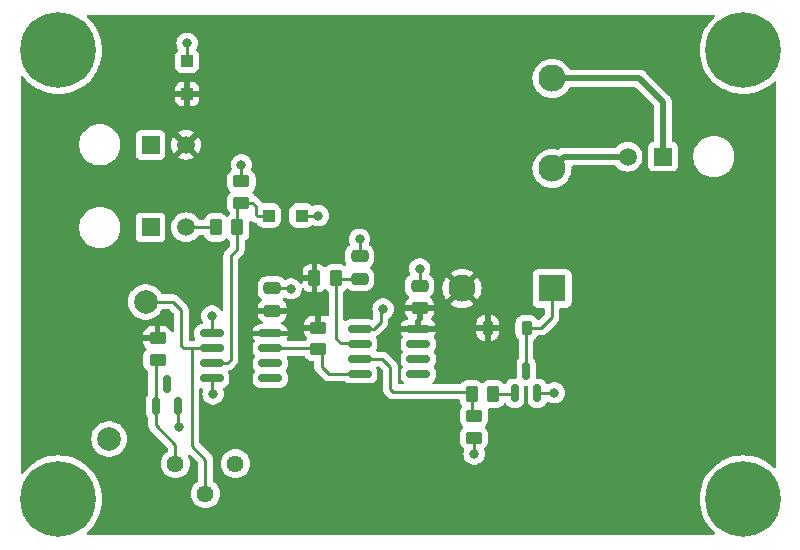
<source format=gbr>
%TF.GenerationSoftware,KiCad,Pcbnew,7.0.1*%
%TF.CreationDate,2023-05-29T21:51:14-06:00*%
%TF.ProjectId,Over_Voltage_Latch,4f766572-5f56-46f6-9c74-6167655f4c61,1*%
%TF.SameCoordinates,Original*%
%TF.FileFunction,Copper,L1,Top*%
%TF.FilePolarity,Positive*%
%FSLAX46Y46*%
G04 Gerber Fmt 4.6, Leading zero omitted, Abs format (unit mm)*
G04 Created by KiCad (PCBNEW 7.0.1) date 2023-05-29 21:51:14*
%MOMM*%
%LPD*%
G01*
G04 APERTURE LIST*
G04 Aperture macros list*
%AMRoundRect*
0 Rectangle with rounded corners*
0 $1 Rounding radius*
0 $2 $3 $4 $5 $6 $7 $8 $9 X,Y pos of 4 corners*
0 Add a 4 corners polygon primitive as box body*
4,1,4,$2,$3,$4,$5,$6,$7,$8,$9,$2,$3,0*
0 Add four circle primitives for the rounded corners*
1,1,$1+$1,$2,$3*
1,1,$1+$1,$4,$5*
1,1,$1+$1,$6,$7*
1,1,$1+$1,$8,$9*
0 Add four rect primitives between the rounded corners*
20,1,$1+$1,$2,$3,$4,$5,0*
20,1,$1+$1,$4,$5,$6,$7,0*
20,1,$1+$1,$6,$7,$8,$9,0*
20,1,$1+$1,$8,$9,$2,$3,0*%
G04 Aperture macros list end*
%TA.AperFunction,SMDPad,CuDef*%
%ADD10RoundRect,0.250000X-0.475000X0.250000X-0.475000X-0.250000X0.475000X-0.250000X0.475000X0.250000X0*%
%TD*%
%TA.AperFunction,SMDPad,CuDef*%
%ADD11RoundRect,0.225000X-0.225000X-0.375000X0.225000X-0.375000X0.225000X0.375000X-0.225000X0.375000X0*%
%TD*%
%TA.AperFunction,SMDPad,CuDef*%
%ADD12RoundRect,0.150000X0.150000X-0.587500X0.150000X0.587500X-0.150000X0.587500X-0.150000X-0.587500X0*%
%TD*%
%TA.AperFunction,ComponentPad*%
%ADD13C,0.800000*%
%TD*%
%TA.AperFunction,ComponentPad*%
%ADD14C,6.400000*%
%TD*%
%TA.AperFunction,ComponentPad*%
%ADD15C,2.000000*%
%TD*%
%TA.AperFunction,SMDPad,CuDef*%
%ADD16RoundRect,0.250000X0.475000X-0.250000X0.475000X0.250000X-0.475000X0.250000X-0.475000X-0.250000X0*%
%TD*%
%TA.AperFunction,SMDPad,CuDef*%
%ADD17RoundRect,0.250000X-0.450000X0.262500X-0.450000X-0.262500X0.450000X-0.262500X0.450000X0.262500X0*%
%TD*%
%TA.AperFunction,SMDPad,CuDef*%
%ADD18RoundRect,0.150000X-0.825000X-0.150000X0.825000X-0.150000X0.825000X0.150000X-0.825000X0.150000X0*%
%TD*%
%TA.AperFunction,SMDPad,CuDef*%
%ADD19RoundRect,0.250000X-0.262500X-0.450000X0.262500X-0.450000X0.262500X0.450000X-0.262500X0.450000X0*%
%TD*%
%TA.AperFunction,ComponentPad*%
%ADD20R,2.300000X2.300000*%
%TD*%
%TA.AperFunction,ComponentPad*%
%ADD21C,2.300000*%
%TD*%
%TA.AperFunction,ComponentPad*%
%ADD22R,1.520000X1.520000*%
%TD*%
%TA.AperFunction,ComponentPad*%
%ADD23C,1.520000*%
%TD*%
%TA.AperFunction,SMDPad,CuDef*%
%ADD24RoundRect,0.250000X0.300000X-0.300000X0.300000X0.300000X-0.300000X0.300000X-0.300000X-0.300000X0*%
%TD*%
%TA.AperFunction,ComponentPad*%
%ADD25C,1.440000*%
%TD*%
%TA.AperFunction,SMDPad,CuDef*%
%ADD26RoundRect,0.250000X-0.300000X-0.300000X0.300000X-0.300000X0.300000X0.300000X-0.300000X0.300000X0*%
%TD*%
%TA.AperFunction,ViaPad*%
%ADD27C,0.800000*%
%TD*%
%TA.AperFunction,Conductor*%
%ADD28C,0.250000*%
%TD*%
%TA.AperFunction,Conductor*%
%ADD29C,0.500000*%
%TD*%
G04 APERTURE END LIST*
D10*
%TO.P,C3,1*%
%TO.N,GND*%
X138700000Y-100450000D03*
%TO.P,C3,2*%
%TO.N,Net-(U3-TR)*%
X138700000Y-102350000D03*
%TD*%
D11*
%TO.P,D1,1,K*%
%TO.N,+12V*%
X149550000Y-106500000D03*
%TO.P,D1,2,A*%
%TO.N,Net-(D1-A)*%
X152850000Y-106500000D03*
%TD*%
D12*
%TO.P,Q1,1,G*%
%TO.N,Net-(Q1-G)*%
X151850000Y-112037500D03*
%TO.P,Q1,2,S*%
%TO.N,GND*%
X153750000Y-112037500D03*
%TO.P,Q1,3,D*%
%TO.N,Net-(D1-A)*%
X152800000Y-110162500D03*
%TD*%
D13*
%TO.P,H1,1,1*%
%TO.N,GND*%
X110800000Y-83000000D03*
X111502944Y-81302944D03*
X111502944Y-84697056D03*
X113200000Y-80600000D03*
D14*
X113200000Y-83000000D03*
D13*
X113200000Y-85400000D03*
X114897056Y-81302944D03*
X114897056Y-84697056D03*
X115600000Y-83000000D03*
%TD*%
D15*
%TO.P,TP2,1,1*%
%TO.N,GND*%
X117500000Y-115900000D03*
%TD*%
D16*
%TO.P,C2,1*%
%TO.N,+12V*%
X143800000Y-104850000D03*
%TO.P,C2,2*%
%TO.N,GND*%
X143800000Y-102950000D03*
%TD*%
D17*
%TO.P,R6,1*%
%TO.N,+12V*%
X135200000Y-106487500D03*
%TO.P,R6,2*%
%TO.N,Net-(U3-R)*%
X135200000Y-108312500D03*
%TD*%
D18*
%TO.P,U1,1,GND*%
%TO.N,GND*%
X126200000Y-106980000D03*
%TO.P,U1,2,+*%
%TO.N,Net-(U1-+)*%
X126200000Y-108250000D03*
%TO.P,U1,3,-*%
%TO.N,Net-(D2-K)*%
X126200000Y-109520000D03*
%TO.P,U1,4,V-*%
%TO.N,GND*%
X126200000Y-110790000D03*
%TO.P,U1,5,BAL*%
%TO.N,unconnected-(U1-BAL-Pad5)*%
X131150000Y-110790000D03*
%TO.P,U1,6,STRB*%
%TO.N,unconnected-(U1-STRB-Pad6)*%
X131150000Y-109520000D03*
%TO.P,U1,7*%
%TO.N,Net-(U3-R)*%
X131150000Y-108250000D03*
%TO.P,U1,8,V+*%
%TO.N,+12V*%
X131150000Y-106980000D03*
%TD*%
D19*
%TO.P,R7,1*%
%TO.N,+12V*%
X134887500Y-102300000D03*
%TO.P,R7,2*%
%TO.N,Net-(U3-TR)*%
X136712500Y-102300000D03*
%TD*%
D20*
%TO.P,K1,1*%
%TO.N,Net-(D1-A)*%
X155000000Y-103160000D03*
D21*
%TO.P,K1,2*%
%TO.N,Net-(J3-Pin_2)*%
X155000000Y-93000000D03*
%TO.P,K1,3*%
%TO.N,Net-(J3-Pin_1)*%
X155000000Y-85380000D03*
%TO.P,K1,5*%
%TO.N,+12V*%
X147380000Y-103160000D03*
%TD*%
D13*
%TO.P,H2,1,1*%
%TO.N,GND*%
X110800000Y-121000000D03*
X111502944Y-119302944D03*
X111502944Y-122697056D03*
X113200000Y-118600000D03*
D14*
X113200000Y-121000000D03*
D13*
X113200000Y-123400000D03*
X114897056Y-119302944D03*
X114897056Y-122697056D03*
X115600000Y-121000000D03*
%TD*%
D16*
%TO.P,C1,1*%
%TO.N,+12V*%
X131300000Y-105050000D03*
%TO.P,C1,2*%
%TO.N,GND*%
X131300000Y-103150000D03*
%TD*%
D19*
%TO.P,R1,1*%
%TO.N,Net-(J2-Pin_2)*%
X126537500Y-98000000D03*
%TO.P,R1,2*%
%TO.N,Net-(D2-K)*%
X128362500Y-98000000D03*
%TD*%
D22*
%TO.P,J3,1,Pin_1*%
%TO.N,Net-(J3-Pin_1)*%
X164390000Y-92000000D03*
D23*
%TO.P,J3,2,Pin_2*%
%TO.N,Net-(J3-Pin_2)*%
X161390000Y-92000000D03*
%TD*%
D13*
%TO.P,H4,1,1*%
%TO.N,GND*%
X168800000Y-121000000D03*
X169502944Y-119302944D03*
X169502944Y-122697056D03*
X171200000Y-118600000D03*
D14*
X171200000Y-121000000D03*
D13*
X171200000Y-123400000D03*
X172897056Y-119302944D03*
X172897056Y-122697056D03*
X173600000Y-121000000D03*
%TD*%
D24*
%TO.P,D3,1,K*%
%TO.N,+12V*%
X124100000Y-86700000D03*
%TO.P,D3,2,A*%
%TO.N,GND*%
X124100000Y-83900000D03*
%TD*%
D13*
%TO.P,H3,1,1*%
%TO.N,GND*%
X168800000Y-83000000D03*
X169502944Y-81302944D03*
X169502944Y-84697056D03*
X171200000Y-80600000D03*
D14*
X171200000Y-83000000D03*
D13*
X171200000Y-85400000D03*
X172897056Y-81302944D03*
X172897056Y-84697056D03*
X173600000Y-83000000D03*
%TD*%
D25*
%TO.P,RV1,1,1*%
%TO.N,GND*%
X128200000Y-118000000D03*
%TO.P,RV1,2,2*%
%TO.N,Net-(U1-+)*%
X125660000Y-120540000D03*
%TO.P,RV1,3,3*%
%TO.N,Net-(U2-K)*%
X123120000Y-118000000D03*
%TD*%
D17*
%TO.P,R3,1*%
%TO.N,+12V*%
X121600000Y-107387500D03*
%TO.P,R3,2*%
%TO.N,Net-(U2-K)*%
X121600000Y-109212500D03*
%TD*%
D18*
%TO.P,U3,1,GND*%
%TO.N,GND*%
X138725000Y-106595000D03*
%TO.P,U3,2,TR*%
%TO.N,Net-(U3-TR)*%
X138725000Y-107865000D03*
%TO.P,U3,3,Q*%
%TO.N,Net-(U3-Q)*%
X138725000Y-109135000D03*
%TO.P,U3,4,R*%
%TO.N,Net-(U3-R)*%
X138725000Y-110405000D03*
%TO.P,U3,5,CV*%
%TO.N,unconnected-(U3-CV-Pad5)*%
X143675000Y-110405000D03*
%TO.P,U3,6,THR*%
%TO.N,unconnected-(U3-THR-Pad6)*%
X143675000Y-109135000D03*
%TO.P,U3,7,DIS*%
%TO.N,unconnected-(U3-DIS-Pad7)*%
X143675000Y-107865000D03*
%TO.P,U3,8,VCC*%
%TO.N,+12V*%
X143675000Y-106595000D03*
%TD*%
D17*
%TO.P,R2,1*%
%TO.N,GND*%
X128700000Y-94087500D03*
%TO.P,R2,2*%
%TO.N,Net-(D2-K)*%
X128700000Y-95912500D03*
%TD*%
D12*
%TO.P,U2,1,K*%
%TO.N,Net-(U2-K)*%
X121450000Y-113137500D03*
%TO.P,U2,2,A*%
%TO.N,GND*%
X123350000Y-113137500D03*
%TO.P,U2,3*%
%TO.N,N/C*%
X122400000Y-111262500D03*
%TD*%
D22*
%TO.P,J2,1,Pin_1*%
%TO.N,GND*%
X121010000Y-98000000D03*
D23*
%TO.P,J2,2,Pin_2*%
%TO.N,Net-(J2-Pin_2)*%
X124010000Y-98000000D03*
%TD*%
D17*
%TO.P,R5,1*%
%TO.N,Net-(U3-Q)*%
X148400000Y-113975000D03*
%TO.P,R5,2*%
%TO.N,GND*%
X148400000Y-115800000D03*
%TD*%
D26*
%TO.P,D2,1,K*%
%TO.N,Net-(D2-K)*%
X131000000Y-97000000D03*
%TO.P,D2,2,A*%
%TO.N,GND*%
X133800000Y-97000000D03*
%TD*%
D15*
%TO.P,TP1,1,1*%
%TO.N,Net-(U1-+)*%
X120600000Y-104300000D03*
%TD*%
D22*
%TO.P,J1,1,Pin_1*%
%TO.N,GND*%
X121010000Y-91000000D03*
D23*
%TO.P,J1,2,Pin_2*%
%TO.N,+12V*%
X124010000Y-91000000D03*
%TD*%
D19*
%TO.P,R4,1*%
%TO.N,Net-(U3-Q)*%
X148187500Y-112100000D03*
%TO.P,R4,2*%
%TO.N,Net-(Q1-G)*%
X150012500Y-112100000D03*
%TD*%
D27*
%TO.N,GND*%
X155200000Y-112000000D03*
X135200000Y-97000000D03*
X128700000Y-92700000D03*
X126200000Y-105500000D03*
X143800000Y-101500000D03*
X126300000Y-112100000D03*
X124100000Y-82400000D03*
X132900000Y-103200000D03*
X140700000Y-104900000D03*
X123400000Y-114900000D03*
X138700000Y-99000000D03*
X148400000Y-117200000D03*
%TD*%
D28*
%TO.N,GND*%
X148400000Y-115800000D02*
X148400000Y-117200000D01*
X138725000Y-106595000D02*
X139905000Y-106595000D01*
X128700000Y-94087500D02*
X128700000Y-92700000D01*
X126200000Y-110790000D02*
X126200000Y-112000000D01*
X155162500Y-112037500D02*
X155200000Y-112000000D01*
X124100000Y-83900000D02*
X124100000Y-82400000D01*
X123350000Y-113137500D02*
X123350000Y-114850000D01*
X153750000Y-112037500D02*
X155162500Y-112037500D01*
X138700000Y-100450000D02*
X138700000Y-99000000D01*
X132850000Y-103150000D02*
X132900000Y-103200000D01*
X140500000Y-106000000D02*
X140500000Y-105100000D01*
X131300000Y-103150000D02*
X132850000Y-103150000D01*
X139905000Y-106595000D02*
X140500000Y-106000000D01*
X133800000Y-97000000D02*
X135200000Y-97000000D01*
X143800000Y-102950000D02*
X143800000Y-101500000D01*
X123350000Y-114850000D02*
X123400000Y-114900000D01*
X126200000Y-112000000D02*
X126300000Y-112100000D01*
X140500000Y-105100000D02*
X140700000Y-104900000D01*
X126200000Y-106980000D02*
X126200000Y-105500000D01*
%TO.N,Net-(U3-TR)*%
X138660000Y-107800000D02*
X138725000Y-107865000D01*
X136712500Y-102300000D02*
X136712500Y-107412500D01*
X136712500Y-107412500D02*
X137100000Y-107800000D01*
X138700000Y-102350000D02*
X136762500Y-102350000D01*
X136762500Y-102350000D02*
X136712500Y-102300000D01*
X137100000Y-107800000D02*
X138660000Y-107800000D01*
%TO.N,Net-(J2-Pin_2)*%
X124010000Y-98000000D02*
X126537500Y-98000000D01*
D29*
%TO.N,Net-(J3-Pin_1)*%
X162380000Y-85380000D02*
X164390000Y-87390000D01*
X164390000Y-87390000D02*
X164390000Y-92000000D01*
X155000000Y-85380000D02*
X162380000Y-85380000D01*
%TO.N,Net-(J3-Pin_2)*%
X161390000Y-92000000D02*
X156000000Y-92000000D01*
X156000000Y-92000000D02*
X155000000Y-93000000D01*
D28*
%TO.N,Net-(D1-A)*%
X152850000Y-106500000D02*
X154100000Y-106500000D01*
X152800000Y-106550000D02*
X152850000Y-106500000D01*
X154100000Y-106500000D02*
X155000000Y-105600000D01*
X155000000Y-105600000D02*
X155000000Y-103160000D01*
X152800000Y-110162500D02*
X152800000Y-106550000D01*
%TO.N,Net-(Q1-G)*%
X151787500Y-112100000D02*
X151850000Y-112037500D01*
X150012500Y-112100000D02*
X151787500Y-112100000D01*
%TO.N,Net-(U3-Q)*%
X140635000Y-109135000D02*
X141300000Y-109800000D01*
X147987500Y-111900000D02*
X148187500Y-112100000D01*
X138725000Y-109135000D02*
X140635000Y-109135000D01*
X148187500Y-112100000D02*
X148187500Y-113762500D01*
X141300000Y-109800000D02*
X141300000Y-111700000D01*
X141500000Y-111900000D02*
X147987500Y-111900000D01*
X141300000Y-111700000D02*
X141500000Y-111900000D01*
X148187500Y-113762500D02*
X148400000Y-113975000D01*
%TO.N,Net-(U3-R)*%
X136105000Y-110405000D02*
X135500000Y-109800000D01*
X135500000Y-109800000D02*
X135500000Y-108612500D01*
X135500000Y-108612500D02*
X135200000Y-108312500D01*
X135137500Y-108250000D02*
X135200000Y-108312500D01*
X138725000Y-110405000D02*
X136105000Y-110405000D01*
X131150000Y-108250000D02*
X135137500Y-108250000D01*
%TO.N,Net-(D2-K)*%
X129900000Y-96200000D02*
X129900000Y-96900000D01*
X128700000Y-95912500D02*
X129612500Y-95912500D01*
X129900000Y-96900000D02*
X130000000Y-97000000D01*
X127480000Y-109520000D02*
X126200000Y-109520000D01*
X128362500Y-98000000D02*
X128362500Y-96250000D01*
X128362500Y-98000000D02*
X128362500Y-99837500D01*
X130000000Y-97000000D02*
X131000000Y-97000000D01*
X128362500Y-99837500D02*
X127800000Y-100400000D01*
X129612500Y-95912500D02*
X129900000Y-96200000D01*
X127800000Y-109200000D02*
X127480000Y-109520000D01*
X127800000Y-100400000D02*
X127800000Y-109200000D01*
%TO.N,Net-(U2-K)*%
X121450000Y-109362500D02*
X121450000Y-113137500D01*
X121450000Y-114750000D02*
X123120000Y-116420000D01*
X121450000Y-113137500D02*
X121450000Y-114750000D01*
X123120000Y-116420000D02*
X123120000Y-118000000D01*
%TO.N,Net-(U1-+)*%
X123600000Y-108000000D02*
X123600000Y-105000000D01*
X126200000Y-108250000D02*
X124500000Y-108250000D01*
X124500000Y-108250000D02*
X124500000Y-116500000D01*
X124500000Y-116500000D02*
X125660000Y-117660000D01*
X123600000Y-105000000D02*
X122900000Y-104300000D01*
X125660000Y-117660000D02*
X125660000Y-120540000D01*
X124500000Y-108250000D02*
X123850000Y-108250000D01*
X122900000Y-104300000D02*
X120600000Y-104300000D01*
X123850000Y-108250000D02*
X123600000Y-108000000D01*
%TD*%
%TA.AperFunction,Conductor*%
%TO.N,+12V*%
G36*
X168732970Y-80014718D02*
G01*
X168777656Y-80055379D01*
X168797824Y-80112330D01*
X168788685Y-80172051D01*
X168752410Y-80220366D01*
X168720481Y-80246221D01*
X168446222Y-80520480D01*
X168202121Y-80821919D01*
X167990876Y-81147206D01*
X167814785Y-81492806D01*
X167675785Y-81854913D01*
X167575396Y-82229570D01*
X167514722Y-82612659D01*
X167494422Y-82999999D01*
X167514722Y-83387340D01*
X167575396Y-83770429D01*
X167675785Y-84145086D01*
X167814785Y-84507193D01*
X167990876Y-84852793D01*
X168200358Y-85175365D01*
X168202124Y-85178084D01*
X168446219Y-85479516D01*
X168720484Y-85753781D01*
X169021916Y-85997876D01*
X169021918Y-85997877D01*
X169021919Y-85997878D01*
X169347206Y-86209123D01*
X169692806Y-86385214D01*
X170054913Y-86524214D01*
X170429570Y-86624603D01*
X170621114Y-86654939D01*
X170812662Y-86685278D01*
X171200000Y-86705578D01*
X171587338Y-86685278D01*
X171836686Y-86645785D01*
X171970429Y-86624603D01*
X171970433Y-86624602D01*
X172345087Y-86524214D01*
X172707194Y-86385214D01*
X173052789Y-86209125D01*
X173052788Y-86209125D01*
X173052793Y-86209123D01*
X173215436Y-86103500D01*
X173378084Y-85997876D01*
X173679516Y-85753781D01*
X173788319Y-85644977D01*
X173837682Y-85614728D01*
X173895398Y-85610186D01*
X173948885Y-85632341D01*
X173986485Y-85676364D01*
X174000000Y-85732659D01*
X174000000Y-118267341D01*
X173986485Y-118323636D01*
X173948885Y-118367659D01*
X173895398Y-118389814D01*
X173837682Y-118385272D01*
X173788319Y-118355022D01*
X173679519Y-118246222D01*
X173679518Y-118246221D01*
X173679516Y-118246219D01*
X173378084Y-118002124D01*
X173378082Y-118002123D01*
X173378080Y-118002121D01*
X173052793Y-117790876D01*
X172707193Y-117614785D01*
X172345086Y-117475785D01*
X171970429Y-117375396D01*
X171587340Y-117314722D01*
X171200000Y-117294422D01*
X170812659Y-117314722D01*
X170429570Y-117375396D01*
X170054913Y-117475785D01*
X169692806Y-117614785D01*
X169347206Y-117790876D01*
X169021919Y-118002121D01*
X168720480Y-118246222D01*
X168446222Y-118520480D01*
X168202121Y-118821919D01*
X167990876Y-119147206D01*
X167814785Y-119492806D01*
X167675785Y-119854913D01*
X167575396Y-120229570D01*
X167514722Y-120612659D01*
X167494422Y-121000000D01*
X167514722Y-121387340D01*
X167575396Y-121770429D01*
X167675785Y-122145086D01*
X167814785Y-122507193D01*
X167990876Y-122852793D01*
X168200358Y-123175365D01*
X168202124Y-123178084D01*
X168446219Y-123479516D01*
X168720484Y-123753781D01*
X168752410Y-123779634D01*
X168788685Y-123827949D01*
X168797824Y-123887670D01*
X168777656Y-123944621D01*
X168732970Y-123985282D01*
X168674374Y-124000000D01*
X115725626Y-124000000D01*
X115667030Y-123985282D01*
X115622344Y-123944621D01*
X115602176Y-123887670D01*
X115611315Y-123827949D01*
X115647590Y-123779634D01*
X115679516Y-123753781D01*
X115953781Y-123479516D01*
X116197876Y-123178084D01*
X116303500Y-123015436D01*
X116409123Y-122852793D01*
X116421373Y-122828750D01*
X116585214Y-122507194D01*
X116724214Y-122145087D01*
X116824602Y-121770433D01*
X116885278Y-121387338D01*
X116905578Y-121000000D01*
X116885278Y-120612662D01*
X116840074Y-120327253D01*
X116824603Y-120229570D01*
X116724214Y-119854913D01*
X116585214Y-119492806D01*
X116409123Y-119147206D01*
X116197878Y-118821919D01*
X116179634Y-118799389D01*
X115953781Y-118520484D01*
X115679516Y-118246219D01*
X115378084Y-118002124D01*
X115378082Y-118002123D01*
X115378080Y-118002121D01*
X115052793Y-117790876D01*
X114707193Y-117614785D01*
X114345086Y-117475785D01*
X113970429Y-117375396D01*
X113587340Y-117314722D01*
X113200000Y-117294422D01*
X112812659Y-117314722D01*
X112429570Y-117375396D01*
X112054913Y-117475785D01*
X111692806Y-117614785D01*
X111347206Y-117790876D01*
X111021919Y-118002121D01*
X110720480Y-118246222D01*
X110446222Y-118520480D01*
X110220366Y-118799389D01*
X110172052Y-118835664D01*
X110112330Y-118844803D01*
X110055379Y-118824635D01*
X110014718Y-118779949D01*
X110000000Y-118721353D01*
X110000000Y-115900000D01*
X115994356Y-115900000D01*
X116014891Y-116147816D01*
X116014891Y-116147819D01*
X116014892Y-116147821D01*
X116075937Y-116388881D01*
X116115613Y-116479333D01*
X116175825Y-116616604D01*
X116175827Y-116616607D01*
X116311836Y-116824785D01*
X116480256Y-117007738D01*
X116485403Y-117011744D01*
X116676485Y-117160470D01*
X116676487Y-117160471D01*
X116676491Y-117160474D01*
X116895190Y-117278828D01*
X117130386Y-117359571D01*
X117375665Y-117400500D01*
X117624335Y-117400500D01*
X117869614Y-117359571D01*
X118104810Y-117278828D01*
X118323509Y-117160474D01*
X118519744Y-117007738D01*
X118688164Y-116824785D01*
X118824173Y-116616607D01*
X118924063Y-116388881D01*
X118985108Y-116147821D01*
X119005643Y-115900000D01*
X118985108Y-115652179D01*
X118924063Y-115411119D01*
X118824173Y-115183393D01*
X118688164Y-114975215D01*
X118519744Y-114792262D01*
X118475561Y-114757873D01*
X118323514Y-114639529D01*
X118323510Y-114639526D01*
X118323509Y-114639526D01*
X118104810Y-114521172D01*
X118104806Y-114521170D01*
X118104805Y-114521170D01*
X117869615Y-114440429D01*
X117624335Y-114399500D01*
X117375665Y-114399500D01*
X117130384Y-114440429D01*
X116895194Y-114521170D01*
X116895190Y-114521171D01*
X116895190Y-114521172D01*
X116829292Y-114556834D01*
X116676485Y-114639529D01*
X116480259Y-114792259D01*
X116480256Y-114792261D01*
X116480256Y-114792262D01*
X116311836Y-114975215D01*
X116295388Y-115000391D01*
X116175825Y-115183395D01*
X116075938Y-115411117D01*
X116014891Y-115652183D01*
X115994356Y-115900000D01*
X110000000Y-115900000D01*
X110000000Y-107137500D01*
X120400000Y-107137500D01*
X121350000Y-107137500D01*
X121350000Y-106375001D01*
X121100021Y-106375001D01*
X120997304Y-106385493D01*
X120830877Y-106440642D01*
X120681654Y-106532683D01*
X120557683Y-106656654D01*
X120465642Y-106805877D01*
X120410493Y-106972303D01*
X120400000Y-107075021D01*
X120400000Y-107137500D01*
X110000000Y-107137500D01*
X110000000Y-104299999D01*
X119094356Y-104299999D01*
X119114891Y-104547816D01*
X119114891Y-104547819D01*
X119114892Y-104547821D01*
X119175937Y-104788881D01*
X119192706Y-104827110D01*
X119275825Y-105016604D01*
X119275827Y-105016607D01*
X119411836Y-105224785D01*
X119580256Y-105407738D01*
X119638017Y-105452695D01*
X119776485Y-105560470D01*
X119776487Y-105560471D01*
X119776491Y-105560474D01*
X119995190Y-105678828D01*
X120230386Y-105759571D01*
X120475665Y-105800500D01*
X120724335Y-105800500D01*
X120969614Y-105759571D01*
X121204810Y-105678828D01*
X121423509Y-105560474D01*
X121619744Y-105407738D01*
X121788164Y-105224785D01*
X121924173Y-105016607D01*
X121926851Y-105010500D01*
X121931594Y-104999690D01*
X121958685Y-104960619D01*
X121998488Y-104934615D01*
X122045150Y-104925500D01*
X122589548Y-104925500D01*
X122637001Y-104934939D01*
X122677229Y-104961819D01*
X122938181Y-105222772D01*
X122965061Y-105263000D01*
X122974500Y-105310453D01*
X122974500Y-106762155D01*
X122955274Y-106828475D01*
X122903558Y-106874230D01*
X122835389Y-106885231D01*
X122771906Y-106858066D01*
X122743755Y-106817109D01*
X122741966Y-106818213D01*
X122642316Y-106656654D01*
X122518345Y-106532683D01*
X122369122Y-106440642D01*
X122202696Y-106385493D01*
X122099979Y-106375000D01*
X121850000Y-106375000D01*
X121850000Y-107513500D01*
X121833387Y-107575500D01*
X121788000Y-107620887D01*
X121726000Y-107637500D01*
X120400001Y-107637500D01*
X120400001Y-107699979D01*
X120410493Y-107802695D01*
X120465642Y-107969122D01*
X120557683Y-108118345D01*
X120651303Y-108211965D01*
X120683397Y-108267552D01*
X120683397Y-108331739D01*
X120651304Y-108387327D01*
X120557287Y-108481344D01*
X120465186Y-108630665D01*
X120410000Y-108797202D01*
X120399500Y-108899991D01*
X120399500Y-109525008D01*
X120410000Y-109627796D01*
X120465186Y-109794334D01*
X120557288Y-109943657D01*
X120681342Y-110067711D01*
X120765596Y-110119679D01*
X120808777Y-110164786D01*
X120824500Y-110225218D01*
X120824500Y-112054192D01*
X120815061Y-112101645D01*
X120788181Y-112141873D01*
X120781919Y-112148134D01*
X120698255Y-112289602D01*
X120652402Y-112447427D01*
X120649500Y-112484308D01*
X120649500Y-113790692D01*
X120652402Y-113827572D01*
X120698255Y-113985397D01*
X120781919Y-114126865D01*
X120788181Y-114133127D01*
X120815061Y-114173355D01*
X120824500Y-114220808D01*
X120824500Y-114667256D01*
X120822235Y-114687762D01*
X120824439Y-114757873D01*
X120824500Y-114761768D01*
X120824500Y-114789349D01*
X120825003Y-114793334D01*
X120825918Y-114804967D01*
X120827290Y-114848626D01*
X120832879Y-114867860D01*
X120836825Y-114886916D01*
X120839335Y-114906792D01*
X120855414Y-114947404D01*
X120859197Y-114958451D01*
X120871382Y-115000391D01*
X120881580Y-115017635D01*
X120890136Y-115035100D01*
X120897514Y-115053732D01*
X120897515Y-115053733D01*
X120923180Y-115089059D01*
X120929593Y-115098822D01*
X120951826Y-115136416D01*
X120951829Y-115136419D01*
X120951830Y-115136420D01*
X120965995Y-115150585D01*
X120978627Y-115165375D01*
X120990406Y-115181587D01*
X121024058Y-115209426D01*
X121032699Y-115217289D01*
X122458181Y-116642771D01*
X122485061Y-116682999D01*
X122494500Y-116730452D01*
X122494500Y-116883474D01*
X122480489Y-116940731D01*
X122441623Y-116985049D01*
X122332479Y-117061471D01*
X122181471Y-117212479D01*
X122058979Y-117387417D01*
X121968724Y-117580968D01*
X121913450Y-117787255D01*
X121894837Y-118000000D01*
X121913450Y-118212744D01*
X121968724Y-118419031D01*
X122058979Y-118612582D01*
X122181471Y-118787520D01*
X122332479Y-118938528D01*
X122507417Y-119061020D01*
X122507418Y-119061020D01*
X122507419Y-119061021D01*
X122700970Y-119151276D01*
X122907253Y-119206549D01*
X123120000Y-119225162D01*
X123332747Y-119206549D01*
X123539030Y-119151276D01*
X123732581Y-119061021D01*
X123907519Y-118938529D01*
X124058529Y-118787519D01*
X124181021Y-118612581D01*
X124271276Y-118419030D01*
X124326549Y-118212747D01*
X124345162Y-118000000D01*
X124326549Y-117787253D01*
X124271276Y-117580970D01*
X124197045Y-117421784D01*
X124186352Y-117354269D01*
X124213062Y-117291345D01*
X124269057Y-117252136D01*
X124337322Y-117248558D01*
X124397109Y-117281699D01*
X124998181Y-117882771D01*
X125025061Y-117922999D01*
X125034500Y-117970452D01*
X125034500Y-119423474D01*
X125020489Y-119480731D01*
X124981623Y-119525049D01*
X124872479Y-119601471D01*
X124721471Y-119752479D01*
X124598979Y-119927417D01*
X124508724Y-120120968D01*
X124453450Y-120327255D01*
X124434837Y-120539999D01*
X124453450Y-120752744D01*
X124508724Y-120959031D01*
X124598979Y-121152582D01*
X124721471Y-121327520D01*
X124872479Y-121478528D01*
X125047417Y-121601020D01*
X125047418Y-121601020D01*
X125047419Y-121601021D01*
X125240970Y-121691276D01*
X125447253Y-121746549D01*
X125660000Y-121765162D01*
X125872747Y-121746549D01*
X126079030Y-121691276D01*
X126272581Y-121601021D01*
X126447519Y-121478529D01*
X126598529Y-121327519D01*
X126721021Y-121152581D01*
X126811276Y-120959030D01*
X126866549Y-120752747D01*
X126885162Y-120540000D01*
X126866549Y-120327253D01*
X126811276Y-120120970D01*
X126721021Y-119927419D01*
X126670252Y-119854913D01*
X126598528Y-119752479D01*
X126447520Y-119601471D01*
X126338377Y-119525049D01*
X126299511Y-119480731D01*
X126285500Y-119423474D01*
X126285500Y-117999999D01*
X126974837Y-117999999D01*
X126993450Y-118212744D01*
X127048724Y-118419031D01*
X127138979Y-118612582D01*
X127261471Y-118787520D01*
X127412479Y-118938528D01*
X127587417Y-119061020D01*
X127587418Y-119061020D01*
X127587419Y-119061021D01*
X127780970Y-119151276D01*
X127987253Y-119206549D01*
X128200000Y-119225162D01*
X128412747Y-119206549D01*
X128619030Y-119151276D01*
X128812581Y-119061021D01*
X128987519Y-118938529D01*
X129138529Y-118787519D01*
X129261021Y-118612581D01*
X129351276Y-118419030D01*
X129406549Y-118212747D01*
X129425162Y-118000000D01*
X129406549Y-117787253D01*
X129351276Y-117580970D01*
X129261021Y-117387419D01*
X129252602Y-117375396D01*
X129138528Y-117212479D01*
X128987520Y-117061471D01*
X128812582Y-116938979D01*
X128619031Y-116848724D01*
X128412744Y-116793450D01*
X128200000Y-116774837D01*
X127987255Y-116793450D01*
X127780968Y-116848724D01*
X127587417Y-116938979D01*
X127412479Y-117061471D01*
X127261471Y-117212479D01*
X127138979Y-117387417D01*
X127048724Y-117580968D01*
X126993450Y-117787255D01*
X126974837Y-117999999D01*
X126285500Y-117999999D01*
X126285500Y-117742744D01*
X126287764Y-117722236D01*
X126285561Y-117652113D01*
X126285500Y-117648219D01*
X126285500Y-117620654D01*
X126285500Y-117620650D01*
X126284997Y-117616670D01*
X126284081Y-117605028D01*
X126282710Y-117561373D01*
X126277118Y-117542126D01*
X126273174Y-117523085D01*
X126270664Y-117503208D01*
X126254579Y-117462583D01*
X126250808Y-117451568D01*
X126238618Y-117409610D01*
X126228414Y-117392355D01*
X126219861Y-117374895D01*
X126212486Y-117356268D01*
X126186808Y-117320925D01*
X126180401Y-117311171D01*
X126168676Y-117291345D01*
X126158170Y-117273580D01*
X126144006Y-117259416D01*
X126131367Y-117244617D01*
X126119595Y-117228413D01*
X126085941Y-117200573D01*
X126077299Y-117192709D01*
X125161819Y-116277228D01*
X125134939Y-116237000D01*
X125125500Y-116189547D01*
X125125500Y-111710063D01*
X125138583Y-111654624D01*
X125175072Y-111610884D01*
X125227266Y-111588073D01*
X125259517Y-111589734D01*
X125259764Y-111586601D01*
X125272430Y-111587597D01*
X125272431Y-111587598D01*
X125309306Y-111590500D01*
X125348033Y-111590500D01*
X125404328Y-111604015D01*
X125448351Y-111641614D01*
X125470506Y-111695102D01*
X125465964Y-111752818D01*
X125414326Y-111911742D01*
X125394540Y-112099999D01*
X125414326Y-112288257D01*
X125472820Y-112468284D01*
X125567466Y-112632216D01*
X125694129Y-112772889D01*
X125847269Y-112884151D01*
X126020197Y-112961144D01*
X126205352Y-113000500D01*
X126205354Y-113000500D01*
X126394646Y-113000500D01*
X126394648Y-113000500D01*
X126518084Y-112974262D01*
X126579803Y-112961144D01*
X126752730Y-112884151D01*
X126905871Y-112772888D01*
X127032533Y-112632216D01*
X127127179Y-112468284D01*
X127185674Y-112288256D01*
X127205460Y-112100000D01*
X127185674Y-111911744D01*
X127134734Y-111754967D01*
X127123966Y-111721827D01*
X127120883Y-111656459D01*
X127151505Y-111598625D01*
X127207300Y-111564433D01*
X127285398Y-111541744D01*
X127426865Y-111458081D01*
X127543081Y-111341865D01*
X127626744Y-111200398D01*
X127672598Y-111042569D01*
X127675500Y-111005694D01*
X127675500Y-111005692D01*
X129674500Y-111005692D01*
X129677402Y-111042572D01*
X129723255Y-111200397D01*
X129768656Y-111277166D01*
X129806919Y-111341865D01*
X129923135Y-111458081D01*
X130035444Y-111524500D01*
X130064602Y-111541744D01*
X130222427Y-111587597D01*
X130222431Y-111587598D01*
X130259306Y-111590500D01*
X132040692Y-111590500D01*
X132040694Y-111590500D01*
X132077569Y-111587598D01*
X132235398Y-111541744D01*
X132376865Y-111458081D01*
X132493081Y-111341865D01*
X132576744Y-111200398D01*
X132622598Y-111042569D01*
X132625500Y-111005694D01*
X132625500Y-110574306D01*
X132622598Y-110537431D01*
X132576744Y-110379602D01*
X132493081Y-110238135D01*
X132493080Y-110238134D01*
X132485107Y-110224652D01*
X132486680Y-110223721D01*
X132465533Y-110187094D01*
X132465533Y-110122906D01*
X132486680Y-110086278D01*
X132485107Y-110085348D01*
X132495537Y-110067712D01*
X132576744Y-109930398D01*
X132622598Y-109772569D01*
X132625500Y-109735694D01*
X132625500Y-109304306D01*
X132622598Y-109267431D01*
X132606560Y-109212230D01*
X132576744Y-109109602D01*
X132548960Y-109062621D01*
X132531696Y-109000474D01*
X132547982Y-108938063D01*
X132593411Y-108892275D01*
X132655692Y-108875500D01*
X133984362Y-108875500D01*
X134044794Y-108891223D01*
X134089901Y-108934404D01*
X134157288Y-109043657D01*
X134281342Y-109167711D01*
X134290136Y-109173135D01*
X134430666Y-109259814D01*
X134542016Y-109296712D01*
X134597202Y-109314999D01*
X134699991Y-109325500D01*
X134750500Y-109325500D01*
X134812500Y-109342113D01*
X134857887Y-109387500D01*
X134874500Y-109449500D01*
X134874500Y-109717256D01*
X134872235Y-109737762D01*
X134874439Y-109807873D01*
X134874500Y-109811768D01*
X134874500Y-109839349D01*
X134875003Y-109843334D01*
X134875918Y-109854967D01*
X134877290Y-109898626D01*
X134882879Y-109917860D01*
X134886825Y-109936916D01*
X134889335Y-109956792D01*
X134905414Y-109997404D01*
X134909197Y-110008451D01*
X134921382Y-110050391D01*
X134931580Y-110067635D01*
X134940136Y-110085100D01*
X134947514Y-110103732D01*
X134947515Y-110103733D01*
X134973180Y-110139059D01*
X134979593Y-110148822D01*
X135001826Y-110186416D01*
X135001829Y-110186419D01*
X135001830Y-110186420D01*
X135015995Y-110200585D01*
X135028627Y-110215375D01*
X135040406Y-110231587D01*
X135074058Y-110259426D01*
X135082699Y-110267289D01*
X135604196Y-110788787D01*
X135617096Y-110804888D01*
X135668223Y-110852900D01*
X135671019Y-110855610D01*
X135690529Y-110875120D01*
X135693711Y-110877588D01*
X135702571Y-110885155D01*
X135729029Y-110910001D01*
X135734418Y-110915062D01*
X135751970Y-110924711D01*
X135768238Y-110935397D01*
X135784064Y-110947673D01*
X135824146Y-110965017D01*
X135834633Y-110970155D01*
X135872907Y-110991197D01*
X135881410Y-110993379D01*
X135892308Y-110996178D01*
X135910713Y-111002478D01*
X135929104Y-111010437D01*
X135972250Y-111017270D01*
X135983668Y-111019635D01*
X136025981Y-111030500D01*
X136046016Y-111030500D01*
X136065415Y-111032027D01*
X136085196Y-111035160D01*
X136128674Y-111031050D01*
X136140344Y-111030500D01*
X137404192Y-111030500D01*
X137451645Y-111039939D01*
X137491873Y-111066818D01*
X137498135Y-111073081D01*
X137609353Y-111138855D01*
X137639602Y-111156744D01*
X137797427Y-111202597D01*
X137797431Y-111202598D01*
X137834306Y-111205500D01*
X139615692Y-111205500D01*
X139615694Y-111205500D01*
X139652569Y-111202598D01*
X139810398Y-111156744D01*
X139951865Y-111073081D01*
X140068081Y-110956865D01*
X140151744Y-110815398D01*
X140197598Y-110657569D01*
X140200500Y-110620694D01*
X140200500Y-110189306D01*
X140197598Y-110152431D01*
X140196549Y-110148822D01*
X140151744Y-109994602D01*
X140123960Y-109947621D01*
X140106696Y-109885474D01*
X140122982Y-109823063D01*
X140168411Y-109777275D01*
X140230692Y-109760500D01*
X140324548Y-109760500D01*
X140372001Y-109769939D01*
X140412229Y-109796819D01*
X140638181Y-110022772D01*
X140665061Y-110063000D01*
X140674500Y-110110453D01*
X140674500Y-111617256D01*
X140672235Y-111637762D01*
X140674439Y-111707873D01*
X140674500Y-111711768D01*
X140674500Y-111739349D01*
X140675003Y-111743334D01*
X140675918Y-111754967D01*
X140677290Y-111798626D01*
X140682879Y-111817860D01*
X140686825Y-111836916D01*
X140689335Y-111856792D01*
X140705414Y-111897404D01*
X140709197Y-111908451D01*
X140721382Y-111950391D01*
X140731580Y-111967635D01*
X140740136Y-111985100D01*
X140747514Y-112003732D01*
X140747515Y-112003733D01*
X140773180Y-112039059D01*
X140779593Y-112048822D01*
X140801826Y-112086416D01*
X140801829Y-112086419D01*
X140801830Y-112086420D01*
X140815995Y-112100585D01*
X140828627Y-112115375D01*
X140840406Y-112131587D01*
X140874058Y-112159426D01*
X140882699Y-112167289D01*
X140999197Y-112283787D01*
X141012098Y-112299889D01*
X141014212Y-112301874D01*
X141014214Y-112301877D01*
X141061561Y-112346339D01*
X141063240Y-112347916D01*
X141066035Y-112350625D01*
X141085530Y-112370120D01*
X141088704Y-112372582D01*
X141097568Y-112380153D01*
X141129418Y-112410062D01*
X141139914Y-112415832D01*
X141146974Y-112419714D01*
X141163231Y-112430392D01*
X141179064Y-112442674D01*
X141195185Y-112449649D01*
X141219156Y-112460023D01*
X141229643Y-112465160D01*
X141267908Y-112486197D01*
X141287316Y-112491180D01*
X141305710Y-112497478D01*
X141324105Y-112505438D01*
X141367254Y-112512271D01*
X141378680Y-112514638D01*
X141388318Y-112517113D01*
X141420980Y-112525500D01*
X141420981Y-112525500D01*
X141441016Y-112525500D01*
X141460413Y-112527026D01*
X141480196Y-112530160D01*
X141523674Y-112526050D01*
X141535344Y-112525500D01*
X147054911Y-112525500D01*
X147113232Y-112540071D01*
X147157846Y-112580360D01*
X147178269Y-112636898D01*
X147185000Y-112702796D01*
X147240186Y-112869334D01*
X147332288Y-113018657D01*
X147369700Y-113056069D01*
X147401794Y-113111656D01*
X147401794Y-113175842D01*
X147369702Y-113231429D01*
X147357289Y-113243842D01*
X147265186Y-113393165D01*
X147210000Y-113559702D01*
X147199500Y-113662491D01*
X147199500Y-114287508D01*
X147210000Y-114390296D01*
X147265186Y-114556834D01*
X147357288Y-114706157D01*
X147450950Y-114799819D01*
X147483044Y-114855406D01*
X147483044Y-114919594D01*
X147450950Y-114975181D01*
X147357288Y-115068842D01*
X147265186Y-115218165D01*
X147210000Y-115384702D01*
X147199500Y-115487491D01*
X147199500Y-116112508D01*
X147210000Y-116215296D01*
X147265186Y-116381834D01*
X147357286Y-116531154D01*
X147357287Y-116531155D01*
X147357288Y-116531156D01*
X147481344Y-116655212D01*
X147520057Y-116679090D01*
X147522371Y-116680517D01*
X147561400Y-116718722D01*
X147580230Y-116769989D01*
X147575206Y-116824374D01*
X147514326Y-117011742D01*
X147494540Y-117200000D01*
X147514326Y-117388257D01*
X147572820Y-117568284D01*
X147667466Y-117732216D01*
X147794129Y-117872889D01*
X147947269Y-117984151D01*
X148120197Y-118061144D01*
X148305352Y-118100500D01*
X148305354Y-118100500D01*
X148494646Y-118100500D01*
X148494648Y-118100500D01*
X148618084Y-118074262D01*
X148679803Y-118061144D01*
X148852730Y-117984151D01*
X148942279Y-117919090D01*
X149005870Y-117872889D01*
X149082976Y-117787255D01*
X149132533Y-117732216D01*
X149227179Y-117568284D01*
X149285674Y-117388256D01*
X149305460Y-117200000D01*
X149285674Y-117011744D01*
X149227179Y-116831716D01*
X149227178Y-116831714D01*
X149224793Y-116824374D01*
X149219769Y-116769989D01*
X149238599Y-116718721D01*
X149277626Y-116680518D01*
X149318656Y-116655212D01*
X149442712Y-116531156D01*
X149534814Y-116381834D01*
X149589999Y-116215297D01*
X149600500Y-116112509D01*
X149600499Y-115487492D01*
X149589999Y-115384703D01*
X149534814Y-115218166D01*
X149484393Y-115136420D01*
X149442713Y-115068845D01*
X149399900Y-115026032D01*
X149349047Y-114975179D01*
X149316955Y-114919594D01*
X149316955Y-114855406D01*
X149349047Y-114799820D01*
X149442712Y-114706156D01*
X149534814Y-114556834D01*
X149589999Y-114390297D01*
X149600500Y-114287509D01*
X149600499Y-113662492D01*
X149589999Y-113559703D01*
X149557495Y-113461615D01*
X149553165Y-113400635D01*
X149578498Y-113344996D01*
X149627337Y-113308223D01*
X149687807Y-113299255D01*
X149699991Y-113300500D01*
X150325008Y-113300499D01*
X150427797Y-113289999D01*
X150594334Y-113234814D01*
X150743656Y-113142712D01*
X150867712Y-113018656D01*
X150917870Y-112937335D01*
X150963480Y-112893876D01*
X151024561Y-112878438D01*
X151085345Y-112895009D01*
X151130139Y-112939310D01*
X151181919Y-113026865D01*
X151298135Y-113143081D01*
X151298849Y-113143503D01*
X151439602Y-113226744D01*
X151597427Y-113272597D01*
X151597431Y-113272598D01*
X151634306Y-113275500D01*
X152065692Y-113275500D01*
X152065694Y-113275500D01*
X152102569Y-113272598D01*
X152260398Y-113226744D01*
X152401865Y-113143081D01*
X152518081Y-113026865D01*
X152601744Y-112885398D01*
X152647598Y-112727569D01*
X152650500Y-112690694D01*
X152650500Y-111524500D01*
X152667113Y-111462500D01*
X152712500Y-111417113D01*
X152774500Y-111400500D01*
X152825500Y-111400500D01*
X152887500Y-111417113D01*
X152932887Y-111462500D01*
X152949500Y-111524500D01*
X152949500Y-112690694D01*
X152950660Y-112705443D01*
X152952402Y-112727572D01*
X152998255Y-112885397D01*
X153030140Y-112939311D01*
X153081919Y-113026865D01*
X153198135Y-113143081D01*
X153198849Y-113143503D01*
X153339602Y-113226744D01*
X153497427Y-113272597D01*
X153497431Y-113272598D01*
X153534306Y-113275500D01*
X153965692Y-113275500D01*
X153965694Y-113275500D01*
X154002569Y-113272598D01*
X154160398Y-113226744D01*
X154301865Y-113143081D01*
X154418081Y-113026865D01*
X154501744Y-112885398D01*
X154519602Y-112823932D01*
X154548956Y-112772936D01*
X154598513Y-112741212D01*
X154657114Y-112735905D01*
X154711564Y-112758209D01*
X154747272Y-112784153D01*
X154920197Y-112861144D01*
X155105352Y-112900500D01*
X155105354Y-112900500D01*
X155294646Y-112900500D01*
X155294648Y-112900500D01*
X155418084Y-112874262D01*
X155479803Y-112861144D01*
X155652730Y-112784151D01*
X155805871Y-112672888D01*
X155932533Y-112532216D01*
X156027179Y-112368284D01*
X156085674Y-112188256D01*
X156105460Y-112000000D01*
X156085674Y-111811744D01*
X156051924Y-111707873D01*
X156027179Y-111631715D01*
X155932533Y-111467783D01*
X155805870Y-111327110D01*
X155652730Y-111215848D01*
X155479802Y-111138855D01*
X155294648Y-111099500D01*
X155294646Y-111099500D01*
X155105354Y-111099500D01*
X155105352Y-111099500D01*
X154920197Y-111138855D01*
X154747272Y-111215846D01*
X154693571Y-111254863D01*
X154639121Y-111277166D01*
X154580520Y-111271859D01*
X154530964Y-111240136D01*
X154506680Y-111197949D01*
X154501744Y-111189602D01*
X154418081Y-111048135D01*
X154301865Y-110931919D01*
X154247049Y-110899501D01*
X154160397Y-110848255D01*
X154002572Y-110802402D01*
X153980444Y-110800660D01*
X153965694Y-110799500D01*
X153965692Y-110799500D01*
X153724500Y-110799500D01*
X153662500Y-110782887D01*
X153617113Y-110737500D01*
X153600500Y-110675500D01*
X153600500Y-109509308D01*
X153598945Y-109489547D01*
X153597598Y-109472431D01*
X153594258Y-109460936D01*
X153551744Y-109314602D01*
X153523845Y-109267427D01*
X153468081Y-109173135D01*
X153461819Y-109166873D01*
X153434939Y-109126645D01*
X153425500Y-109079192D01*
X153425500Y-107580425D01*
X153441223Y-107519993D01*
X153484403Y-107474886D01*
X153528044Y-107447968D01*
X153647968Y-107328044D01*
X153666015Y-107298786D01*
X153736568Y-107184403D01*
X153781674Y-107141222D01*
X153842106Y-107125500D01*
X154017256Y-107125500D01*
X154037762Y-107127764D01*
X154040665Y-107127672D01*
X154040667Y-107127673D01*
X154107872Y-107125561D01*
X154111768Y-107125500D01*
X154139349Y-107125500D01*
X154139350Y-107125500D01*
X154143319Y-107124998D01*
X154154965Y-107124080D01*
X154198627Y-107122709D01*
X154217859Y-107117120D01*
X154236918Y-107113174D01*
X154243196Y-107112381D01*
X154256792Y-107110664D01*
X154297407Y-107094582D01*
X154308444Y-107090803D01*
X154350390Y-107078618D01*
X154367629Y-107068422D01*
X154385102Y-107059862D01*
X154403732Y-107052486D01*
X154439064Y-107026814D01*
X154448830Y-107020400D01*
X154462530Y-107012298D01*
X154486420Y-106998170D01*
X154500585Y-106984004D01*
X154515373Y-106971373D01*
X154531587Y-106959594D01*
X154559438Y-106925926D01*
X154567279Y-106917309D01*
X155383788Y-106100801D01*
X155399885Y-106087906D01*
X155401873Y-106085787D01*
X155401877Y-106085786D01*
X155447948Y-106036723D01*
X155450566Y-106034023D01*
X155470120Y-106014471D01*
X155472581Y-106011298D01*
X155480156Y-106002427D01*
X155510062Y-105970582D01*
X155519717Y-105953018D01*
X155530394Y-105936764D01*
X155542673Y-105920936D01*
X155560018Y-105880852D01*
X155565160Y-105870356D01*
X155586197Y-105832092D01*
X155591179Y-105812684D01*
X155597481Y-105794280D01*
X155605437Y-105775896D01*
X155612269Y-105732752D01*
X155614633Y-105721338D01*
X155625500Y-105679019D01*
X155625500Y-105658984D01*
X155627027Y-105639585D01*
X155628120Y-105632683D01*
X155630160Y-105619804D01*
X155626050Y-105576325D01*
X155625500Y-105564656D01*
X155625500Y-104934499D01*
X155642113Y-104872499D01*
X155687500Y-104827112D01*
X155749500Y-104810499D01*
X156197870Y-104810499D01*
X156197872Y-104810499D01*
X156257483Y-104804091D01*
X156392331Y-104753796D01*
X156507546Y-104667546D01*
X156593796Y-104552331D01*
X156644091Y-104417483D01*
X156650500Y-104357873D01*
X156650499Y-101962128D01*
X156644091Y-101902517D01*
X156593796Y-101767669D01*
X156507546Y-101652454D01*
X156392331Y-101566204D01*
X156257483Y-101515909D01*
X156197873Y-101509500D01*
X156197869Y-101509500D01*
X153802130Y-101509500D01*
X153742515Y-101515909D01*
X153607669Y-101566204D01*
X153492454Y-101652454D01*
X153406204Y-101767668D01*
X153355909Y-101902516D01*
X153349500Y-101962130D01*
X153349500Y-104357869D01*
X153355909Y-104417484D01*
X153379553Y-104480877D01*
X153406204Y-104552331D01*
X153492454Y-104667546D01*
X153607669Y-104753796D01*
X153742517Y-104804091D01*
X153802127Y-104810500D01*
X154250500Y-104810500D01*
X154312500Y-104827113D01*
X154357887Y-104872500D01*
X154374500Y-104934500D01*
X154374500Y-105289547D01*
X154365061Y-105337000D01*
X154338181Y-105377228D01*
X153909735Y-105805673D01*
X153862765Y-105835118D01*
X153807658Y-105841154D01*
X153755428Y-105822572D01*
X153716518Y-105783092D01*
X153647968Y-105671956D01*
X153647967Y-105671955D01*
X153647966Y-105671953D01*
X153528044Y-105552031D01*
X153383699Y-105462997D01*
X153222707Y-105409650D01*
X153128239Y-105400000D01*
X153123344Y-105399500D01*
X152576655Y-105399500D01*
X152477292Y-105409650D01*
X152316300Y-105462997D01*
X152171955Y-105552031D01*
X152052031Y-105671955D01*
X151962997Y-105816300D01*
X151909650Y-105977292D01*
X151899500Y-106076655D01*
X151899500Y-106923344D01*
X151909650Y-107022707D01*
X151962997Y-107183699D01*
X152052031Y-107328044D01*
X152138181Y-107414194D01*
X152165061Y-107454422D01*
X152174500Y-107501875D01*
X152174500Y-109079192D01*
X152165061Y-109126645D01*
X152138181Y-109166873D01*
X152131919Y-109173134D01*
X152048255Y-109314602D01*
X152002402Y-109472427D01*
X151999500Y-109509308D01*
X151999500Y-110675500D01*
X151982887Y-110737500D01*
X151937500Y-110782887D01*
X151875500Y-110799500D01*
X151634306Y-110799500D01*
X151622014Y-110800467D01*
X151597427Y-110802402D01*
X151439602Y-110848255D01*
X151298134Y-110931919D01*
X151181919Y-111048134D01*
X151092401Y-111199501D01*
X151047606Y-111243803D01*
X150986823Y-111260375D01*
X150925742Y-111244937D01*
X150880130Y-111201477D01*
X150867712Y-111181344D01*
X150867711Y-111181343D01*
X150867710Y-111181341D01*
X150743657Y-111057288D01*
X150594334Y-110965186D01*
X150427797Y-110910000D01*
X150334535Y-110900473D01*
X150325008Y-110899500D01*
X149699991Y-110899500D01*
X149597203Y-110910000D01*
X149430665Y-110965186D01*
X149281342Y-111057288D01*
X149187681Y-111150950D01*
X149132094Y-111183044D01*
X149067906Y-111183044D01*
X149012319Y-111150950D01*
X148918657Y-111057288D01*
X148769334Y-110965186D01*
X148602797Y-110910000D01*
X148509535Y-110900473D01*
X148500008Y-110899500D01*
X147874991Y-110899500D01*
X147772203Y-110910000D01*
X147605665Y-110965186D01*
X147456342Y-111057288D01*
X147332288Y-111181342D01*
X147311161Y-111215596D01*
X147266054Y-111258777D01*
X147205622Y-111274500D01*
X144999808Y-111274500D01*
X144943513Y-111260985D01*
X144899490Y-111223385D01*
X144877335Y-111169898D01*
X144881877Y-111112182D01*
X144912127Y-111062819D01*
X144964510Y-111010436D01*
X145018081Y-110956865D01*
X145101744Y-110815398D01*
X145147598Y-110657569D01*
X145150500Y-110620694D01*
X145150500Y-110189306D01*
X145147598Y-110152431D01*
X145146549Y-110148822D01*
X145101744Y-109994602D01*
X145037206Y-109885474D01*
X145018081Y-109853135D01*
X145018080Y-109853134D01*
X145010107Y-109839652D01*
X145011680Y-109838721D01*
X144990533Y-109802094D01*
X144990533Y-109737906D01*
X145011680Y-109701278D01*
X145010107Y-109700348D01*
X145037206Y-109654526D01*
X145101744Y-109545398D01*
X145147598Y-109387569D01*
X145150500Y-109350694D01*
X145150500Y-108919306D01*
X145147598Y-108882431D01*
X145145721Y-108875972D01*
X145101744Y-108724602D01*
X145042845Y-108625009D01*
X145018081Y-108583135D01*
X145018080Y-108583134D01*
X145010107Y-108569652D01*
X145011680Y-108568721D01*
X144990533Y-108532094D01*
X144990533Y-108467906D01*
X145011680Y-108431278D01*
X145010107Y-108430348D01*
X145020258Y-108413184D01*
X145101744Y-108275398D01*
X145147598Y-108117569D01*
X145150500Y-108080694D01*
X145150500Y-107649306D01*
X145147598Y-107612431D01*
X145146230Y-107607724D01*
X145101744Y-107454602D01*
X145026898Y-107328044D01*
X145018081Y-107313135D01*
X145018080Y-107313134D01*
X145010107Y-107299652D01*
X145011569Y-107298786D01*
X144990178Y-107261733D01*
X144990182Y-107197540D01*
X145011296Y-107160979D01*
X145009709Y-107160040D01*
X145101280Y-107005200D01*
X145147099Y-106847488D01*
X145147295Y-106845000D01*
X142202704Y-106845000D01*
X142202900Y-106847488D01*
X142248719Y-107005200D01*
X142340291Y-107160040D01*
X142338703Y-107160978D01*
X142359817Y-107197547D01*
X142359822Y-107261728D01*
X142338431Y-107298787D01*
X142339893Y-107299652D01*
X142248255Y-107454602D01*
X142202402Y-107612427D01*
X142199500Y-107649308D01*
X142199500Y-108080692D01*
X142202402Y-108117572D01*
X142248255Y-108275397D01*
X142339893Y-108430348D01*
X142338319Y-108431278D01*
X142359467Y-108467906D01*
X142359467Y-108532094D01*
X142338319Y-108568721D01*
X142339893Y-108569652D01*
X142248255Y-108724602D01*
X142202402Y-108882427D01*
X142199500Y-108919308D01*
X142199500Y-109350692D01*
X142202402Y-109387572D01*
X142248255Y-109545397D01*
X142339893Y-109700348D01*
X142338319Y-109701278D01*
X142359467Y-109737906D01*
X142359467Y-109802094D01*
X142338319Y-109838721D01*
X142339893Y-109839652D01*
X142248255Y-109994602D01*
X142202402Y-110152427D01*
X142202402Y-110152431D01*
X142199728Y-110186416D01*
X142199500Y-110189308D01*
X142199500Y-110620692D01*
X142202402Y-110657572D01*
X142248255Y-110815397D01*
X142331919Y-110956865D01*
X142437873Y-111062819D01*
X142468123Y-111112182D01*
X142472665Y-111169898D01*
X142450510Y-111223385D01*
X142406487Y-111260985D01*
X142350192Y-111274500D01*
X142049500Y-111274500D01*
X141987500Y-111257887D01*
X141942113Y-111212500D01*
X141925500Y-111150500D01*
X141925500Y-109882744D01*
X141927764Y-109862237D01*
X141927054Y-109839652D01*
X141925561Y-109792127D01*
X141925500Y-109788232D01*
X141925500Y-109760653D01*
X141924997Y-109756672D01*
X141924080Y-109745019D01*
X141923943Y-109740667D01*
X141922709Y-109701373D01*
X141917120Y-109682140D01*
X141913174Y-109663082D01*
X141910664Y-109643206D01*
X141894588Y-109602604D01*
X141890804Y-109591553D01*
X141879611Y-109553029D01*
X141878618Y-109549610D01*
X141868414Y-109532355D01*
X141859861Y-109514895D01*
X141852486Y-109496269D01*
X141852486Y-109496268D01*
X141826808Y-109460925D01*
X141820401Y-109451171D01*
X141798169Y-109413579D01*
X141784006Y-109399416D01*
X141771367Y-109384617D01*
X141759595Y-109368413D01*
X141725941Y-109340573D01*
X141717299Y-109332709D01*
X141135802Y-108751211D01*
X141122906Y-108735113D01*
X141071775Y-108687098D01*
X141068978Y-108684387D01*
X141049470Y-108664879D01*
X141046290Y-108662412D01*
X141037424Y-108654839D01*
X141005582Y-108624938D01*
X140988024Y-108615285D01*
X140971764Y-108604604D01*
X140955936Y-108592327D01*
X140915851Y-108574980D01*
X140905361Y-108569841D01*
X140867091Y-108548802D01*
X140847691Y-108543821D01*
X140829284Y-108537519D01*
X140810897Y-108529562D01*
X140767758Y-108522729D01*
X140756324Y-108520361D01*
X140714019Y-108509500D01*
X140693984Y-108509500D01*
X140674586Y-108507973D01*
X140667162Y-108506797D01*
X140654805Y-108504840D01*
X140654804Y-108504840D01*
X140621751Y-108507964D01*
X140611325Y-108508950D01*
X140599656Y-108509500D01*
X140230692Y-108509500D01*
X140168411Y-108492725D01*
X140122982Y-108446937D01*
X140106696Y-108384526D01*
X140123960Y-108322379D01*
X140134987Y-108303732D01*
X140151744Y-108275398D01*
X140197598Y-108117569D01*
X140200500Y-108080694D01*
X140200500Y-107649306D01*
X140197598Y-107612431D01*
X140196230Y-107607724D01*
X140151745Y-107454605D01*
X140151744Y-107454604D01*
X140151744Y-107454602D01*
X140091843Y-107353315D01*
X140074959Y-107299926D01*
X140083285Y-107244549D01*
X140115125Y-107198482D01*
X140142744Y-107183015D01*
X140141904Y-107181594D01*
X140155390Y-107173618D01*
X140172629Y-107163422D01*
X140190102Y-107154862D01*
X140208732Y-107147486D01*
X140244064Y-107121814D01*
X140253830Y-107115400D01*
X140261838Y-107110664D01*
X140291420Y-107093170D01*
X140305585Y-107079004D01*
X140320373Y-107066373D01*
X140336587Y-107054594D01*
X140364438Y-107020926D01*
X140372279Y-107012309D01*
X140634589Y-106750000D01*
X148600001Y-106750000D01*
X148600001Y-106923315D01*
X148610143Y-107022605D01*
X148663453Y-107183486D01*
X148752426Y-107327732D01*
X148872267Y-107447573D01*
X149016513Y-107536546D01*
X149177393Y-107589856D01*
X149276685Y-107600000D01*
X149300000Y-107600000D01*
X149300000Y-106750000D01*
X149800000Y-106750000D01*
X149800000Y-107599999D01*
X149823315Y-107599999D01*
X149922605Y-107589856D01*
X150083486Y-107536546D01*
X150227732Y-107447573D01*
X150347573Y-107327732D01*
X150436546Y-107183486D01*
X150489856Y-107022606D01*
X150500000Y-106923315D01*
X150500000Y-106750000D01*
X149800000Y-106750000D01*
X149300000Y-106750000D01*
X148600001Y-106750000D01*
X140634589Y-106750000D01*
X140883792Y-106500797D01*
X140899885Y-106487906D01*
X140901873Y-106485787D01*
X140901877Y-106485786D01*
X140947948Y-106436723D01*
X140950566Y-106434023D01*
X140970120Y-106414471D01*
X140972581Y-106411298D01*
X140980156Y-106402427D01*
X141010062Y-106370582D01*
X141019712Y-106353027D01*
X141024986Y-106344999D01*
X142202704Y-106344999D01*
X142202705Y-106345000D01*
X143425000Y-106345000D01*
X143925000Y-106345000D01*
X145147295Y-106345000D01*
X145147295Y-106344999D01*
X145147099Y-106342511D01*
X145120222Y-106250000D01*
X148600000Y-106250000D01*
X149300000Y-106250000D01*
X149300000Y-105400001D01*
X149276685Y-105400001D01*
X149177394Y-105410143D01*
X149016513Y-105463453D01*
X148872267Y-105552426D01*
X148752426Y-105672267D01*
X148663453Y-105816513D01*
X148610143Y-105977393D01*
X148600000Y-106076685D01*
X148600000Y-106250000D01*
X145120222Y-106250000D01*
X145101280Y-106184799D01*
X145017682Y-106043442D01*
X144901557Y-105927317D01*
X144792068Y-105862566D01*
X144751549Y-105823913D01*
X144732167Y-105771375D01*
X144737875Y-105715668D01*
X144767508Y-105668152D01*
X144867318Y-105568342D01*
X144959357Y-105419122D01*
X144965694Y-105400000D01*
X149800000Y-105400000D01*
X149800000Y-106250000D01*
X150499999Y-106250000D01*
X150499999Y-106076685D01*
X150489856Y-105977394D01*
X150436546Y-105816513D01*
X150347573Y-105672267D01*
X150227732Y-105552426D01*
X150083486Y-105463453D01*
X149922606Y-105410143D01*
X149823315Y-105400000D01*
X149800000Y-105400000D01*
X144965694Y-105400000D01*
X145014506Y-105252696D01*
X145025000Y-105149979D01*
X145025000Y-105100000D01*
X144050000Y-105100000D01*
X144050000Y-105766000D01*
X144033387Y-105828000D01*
X143988000Y-105873387D01*
X143926000Y-105890000D01*
X143925000Y-105890000D01*
X143925000Y-106345000D01*
X143425000Y-106345000D01*
X143425000Y-105879000D01*
X143441613Y-105817000D01*
X143487000Y-105771613D01*
X143549000Y-105755000D01*
X143550000Y-105755000D01*
X143550000Y-105100000D01*
X142575001Y-105100000D01*
X142575001Y-105149979D01*
X142585493Y-105252695D01*
X142640642Y-105419122D01*
X142732683Y-105568345D01*
X142765636Y-105601298D01*
X142797560Y-105656259D01*
X142798059Y-105719816D01*
X142767003Y-105775272D01*
X142712551Y-105808055D01*
X142589802Y-105843717D01*
X142448442Y-105927317D01*
X142332317Y-106043442D01*
X142248719Y-106184799D01*
X142202900Y-106342511D01*
X142202704Y-106344999D01*
X141024986Y-106344999D01*
X141030400Y-106336757D01*
X141042671Y-106320938D01*
X141042673Y-106320936D01*
X141060026Y-106280832D01*
X141065157Y-106270362D01*
X141086197Y-106232092D01*
X141091175Y-106212699D01*
X141097481Y-106194282D01*
X141101585Y-106184799D01*
X141105438Y-106175896D01*
X141112272Y-106132745D01*
X141114635Y-106121331D01*
X141125500Y-106079019D01*
X141125500Y-106058984D01*
X141127027Y-106039585D01*
X141127469Y-106036793D01*
X141130160Y-106019804D01*
X141126050Y-105976325D01*
X141125500Y-105964656D01*
X141125500Y-105767116D01*
X141139015Y-105710821D01*
X141176615Y-105666798D01*
X141305870Y-105572889D01*
X141309962Y-105568345D01*
X141432533Y-105432216D01*
X141527179Y-105268284D01*
X141585674Y-105088256D01*
X141605460Y-104900000D01*
X141585674Y-104711744D01*
X141549366Y-104600000D01*
X141527179Y-104531715D01*
X141432533Y-104367783D01*
X141305870Y-104227110D01*
X141152730Y-104115848D01*
X140979802Y-104038855D01*
X140794648Y-103999500D01*
X140794646Y-103999500D01*
X140605354Y-103999500D01*
X140605352Y-103999500D01*
X140420197Y-104038855D01*
X140247269Y-104115848D01*
X140094129Y-104227110D01*
X139967466Y-104367783D01*
X139872820Y-104531715D01*
X139814326Y-104711742D01*
X139794540Y-104900000D01*
X139814326Y-105088257D01*
X139868431Y-105254772D01*
X139874500Y-105293090D01*
X139874500Y-105689547D01*
X139865059Y-105737005D01*
X139838173Y-105777236D01*
X139832609Y-105782799D01*
X139775768Y-105815216D01*
X139710341Y-105814186D01*
X139652571Y-105797402D01*
X139637818Y-105796241D01*
X139615694Y-105794500D01*
X137834306Y-105794500D01*
X137822014Y-105795467D01*
X137797427Y-105797402D01*
X137639603Y-105843255D01*
X137638822Y-105843717D01*
X137525119Y-105910960D01*
X137462974Y-105928224D01*
X137400563Y-105911938D01*
X137354776Y-105866509D01*
X137338000Y-105804228D01*
X137338000Y-103477088D01*
X137353723Y-103416656D01*
X137396904Y-103371549D01*
X137418386Y-103358298D01*
X137443656Y-103342712D01*
X137567712Y-103218656D01*
X137567713Y-103218653D01*
X137577960Y-103208407D01*
X137578027Y-103208474D01*
X137606150Y-103179935D01*
X137658381Y-103161351D01*
X137713490Y-103167385D01*
X137743378Y-103186121D01*
X137744007Y-103185103D01*
X137795074Y-103216601D01*
X137905666Y-103284814D01*
X138017017Y-103321712D01*
X138072202Y-103339999D01*
X138082703Y-103341071D01*
X138174991Y-103350500D01*
X139225008Y-103350499D01*
X139327797Y-103339999D01*
X139494334Y-103284814D01*
X139550764Y-103250008D01*
X142574500Y-103250008D01*
X142585000Y-103352796D01*
X142640186Y-103519334D01*
X142732288Y-103668657D01*
X142856340Y-103792709D01*
X142856342Y-103792710D01*
X142856344Y-103792712D01*
X142859652Y-103794752D01*
X142902834Y-103839857D01*
X142918559Y-103900289D01*
X142902838Y-103960721D01*
X142859659Y-104005830D01*
X142856654Y-104007683D01*
X142732683Y-104131654D01*
X142640642Y-104280877D01*
X142585493Y-104447303D01*
X142575000Y-104550021D01*
X142575000Y-104600000D01*
X145024999Y-104600000D01*
X145024999Y-104550021D01*
X145019194Y-104493198D01*
X146400354Y-104493198D01*
X146407155Y-104499006D01*
X146628597Y-104634705D01*
X146868544Y-104734096D01*
X147121083Y-104794724D01*
X147380000Y-104815101D01*
X147638916Y-104794724D01*
X147891455Y-104734096D01*
X148131397Y-104634707D01*
X148352849Y-104499003D01*
X148359645Y-104493198D01*
X147380000Y-103513553D01*
X146400354Y-104493198D01*
X145019194Y-104493198D01*
X145014506Y-104447304D01*
X144959357Y-104280877D01*
X144867316Y-104131654D01*
X144743344Y-104007682D01*
X144740343Y-104005831D01*
X144697161Y-103960723D01*
X144681440Y-103900289D01*
X144697166Y-103839856D01*
X144740347Y-103794752D01*
X144743656Y-103792712D01*
X144867712Y-103668656D01*
X144959814Y-103519334D01*
X145014999Y-103352797D01*
X145025500Y-103250009D01*
X145025500Y-103159999D01*
X145724898Y-103159999D01*
X145745275Y-103418916D01*
X145805903Y-103671455D01*
X145905294Y-103911402D01*
X146040993Y-104132843D01*
X146046801Y-104139644D01*
X147026447Y-103160001D01*
X147026447Y-103160000D01*
X147733553Y-103160000D01*
X148713198Y-104139645D01*
X148719003Y-104132849D01*
X148854707Y-103911397D01*
X148954096Y-103671455D01*
X149014724Y-103418916D01*
X149035101Y-103159999D01*
X149014724Y-102901083D01*
X148954096Y-102648544D01*
X148854705Y-102408597D01*
X148719006Y-102187155D01*
X148713198Y-102180354D01*
X147733553Y-103160000D01*
X147026447Y-103160000D01*
X146046801Y-102180354D01*
X146040992Y-102187156D01*
X145905294Y-102408597D01*
X145805903Y-102648544D01*
X145745275Y-102901083D01*
X145724898Y-103159999D01*
X145025500Y-103159999D01*
X145025499Y-102649992D01*
X145014999Y-102547203D01*
X144959814Y-102380666D01*
X144867712Y-102231344D01*
X144867711Y-102231342D01*
X144743657Y-102107288D01*
X144658525Y-102054779D01*
X144615052Y-102009146D01*
X144599627Y-101948036D01*
X144616235Y-101887239D01*
X144627179Y-101868284D01*
X144640658Y-101826801D01*
X146400354Y-101826801D01*
X147380000Y-102806447D01*
X147380001Y-102806447D01*
X148359645Y-101826801D01*
X148352843Y-101820993D01*
X148131402Y-101685294D01*
X147891455Y-101585903D01*
X147638916Y-101525275D01*
X147380000Y-101504898D01*
X147121083Y-101525275D01*
X146868544Y-101585903D01*
X146628597Y-101685294D01*
X146407156Y-101820992D01*
X146400354Y-101826801D01*
X144640658Y-101826801D01*
X144685674Y-101688256D01*
X144705460Y-101500000D01*
X144685674Y-101311744D01*
X144655332Y-101218363D01*
X144627179Y-101131715D01*
X144532533Y-100967783D01*
X144405870Y-100827110D01*
X144252730Y-100715848D01*
X144079802Y-100638855D01*
X143894648Y-100599500D01*
X143894646Y-100599500D01*
X143705354Y-100599500D01*
X143705352Y-100599500D01*
X143520197Y-100638855D01*
X143347269Y-100715848D01*
X143194129Y-100827110D01*
X143067466Y-100967783D01*
X142972820Y-101131715D01*
X142914326Y-101311742D01*
X142910168Y-101351303D01*
X142894540Y-101500000D01*
X142897763Y-101530666D01*
X142914326Y-101688257D01*
X142972819Y-101868281D01*
X142983765Y-101887239D01*
X143000372Y-101948037D01*
X142984947Y-102009146D01*
X142941475Y-102054779D01*
X142856341Y-102107289D01*
X142732288Y-102231342D01*
X142640186Y-102380665D01*
X142585000Y-102547202D01*
X142574500Y-102649991D01*
X142574500Y-103250008D01*
X139550764Y-103250008D01*
X139643656Y-103192712D01*
X139767712Y-103068656D01*
X139859814Y-102919334D01*
X139914999Y-102752797D01*
X139925500Y-102650009D01*
X139925499Y-102049992D01*
X139914999Y-101947203D01*
X139859814Y-101780666D01*
X139767712Y-101631344D01*
X139767711Y-101631342D01*
X139643657Y-101507288D01*
X139640821Y-101505539D01*
X139597640Y-101460432D01*
X139581917Y-101400000D01*
X139597640Y-101339568D01*
X139640821Y-101294461D01*
X139642211Y-101293603D01*
X139643656Y-101292712D01*
X139767712Y-101168656D01*
X139859814Y-101019334D01*
X139914999Y-100852797D01*
X139925500Y-100750009D01*
X139925499Y-100149992D01*
X139923420Y-100129644D01*
X139914999Y-100047203D01*
X139898553Y-99997572D01*
X139859814Y-99880666D01*
X139802593Y-99787895D01*
X139767711Y-99731342D01*
X139643657Y-99607288D01*
X139558525Y-99554779D01*
X139515052Y-99509146D01*
X139499627Y-99448036D01*
X139516235Y-99387239D01*
X139527179Y-99368284D01*
X139585674Y-99188256D01*
X139605460Y-99000000D01*
X139585674Y-98811744D01*
X139527179Y-98631716D01*
X139527179Y-98631715D01*
X139432533Y-98467783D01*
X139305870Y-98327110D01*
X139152730Y-98215848D01*
X138979802Y-98138855D01*
X138794648Y-98099500D01*
X138794646Y-98099500D01*
X138605354Y-98099500D01*
X138605352Y-98099500D01*
X138420197Y-98138855D01*
X138247269Y-98215848D01*
X138094129Y-98327110D01*
X137967466Y-98467783D01*
X137872820Y-98631715D01*
X137814326Y-98811742D01*
X137794540Y-99000000D01*
X137814326Y-99188257D01*
X137872819Y-99368281D01*
X137883765Y-99387239D01*
X137900372Y-99448037D01*
X137884947Y-99509146D01*
X137841475Y-99554779D01*
X137756341Y-99607289D01*
X137632288Y-99731342D01*
X137540186Y-99880665D01*
X137485000Y-100047202D01*
X137474500Y-100149991D01*
X137474500Y-100750008D01*
X137485000Y-100852796D01*
X137521899Y-100964148D01*
X137540186Y-101019334D01*
X137555285Y-101043814D01*
X137561701Y-101054216D01*
X137580142Y-101117149D01*
X137563906Y-101180686D01*
X137517535Y-101227057D01*
X137453997Y-101243292D01*
X137391065Y-101224850D01*
X137294334Y-101165186D01*
X137127797Y-101110000D01*
X137029903Y-101100000D01*
X137025008Y-101099500D01*
X136399991Y-101099500D01*
X136297203Y-101110000D01*
X136130665Y-101165186D01*
X135981344Y-101257287D01*
X135887327Y-101351304D01*
X135831739Y-101383397D01*
X135767552Y-101383397D01*
X135711965Y-101351303D01*
X135618345Y-101257683D01*
X135469122Y-101165642D01*
X135302696Y-101110493D01*
X135199979Y-101100000D01*
X135137500Y-101100000D01*
X135137500Y-103499999D01*
X135199979Y-103499999D01*
X135302695Y-103489506D01*
X135469122Y-103434357D01*
X135618344Y-103342316D01*
X135711964Y-103248696D01*
X135767552Y-103216601D01*
X135831740Y-103216601D01*
X135887325Y-103248693D01*
X135978631Y-103339999D01*
X135981345Y-103342713D01*
X136028096Y-103371549D01*
X136071277Y-103416656D01*
X136087000Y-103477088D01*
X136087000Y-105407983D01*
X136073403Y-105464439D01*
X136035593Y-105508513D01*
X135981863Y-105530540D01*
X135923996Y-105525689D01*
X135802695Y-105485493D01*
X135699979Y-105475000D01*
X135450000Y-105475000D01*
X135450000Y-106613500D01*
X135433387Y-106675500D01*
X135388000Y-106720887D01*
X135326000Y-106737500D01*
X134000001Y-106737500D01*
X134000001Y-106799979D01*
X134010493Y-106902695D01*
X134065642Y-107069122D01*
X134157683Y-107218345D01*
X134251303Y-107311965D01*
X134283397Y-107367552D01*
X134283397Y-107431739D01*
X134251304Y-107487327D01*
X134150451Y-107588181D01*
X134110222Y-107615061D01*
X134062769Y-107624500D01*
X132655111Y-107624500D01*
X132592830Y-107607724D01*
X132547401Y-107561937D01*
X132531115Y-107499526D01*
X132548379Y-107437378D01*
X132576281Y-107390198D01*
X132622099Y-107232488D01*
X132622295Y-107230000D01*
X129677704Y-107230000D01*
X129677900Y-107232488D01*
X129723719Y-107390200D01*
X129815291Y-107545040D01*
X129813703Y-107545978D01*
X129834817Y-107582547D01*
X129834822Y-107646728D01*
X129813431Y-107683787D01*
X129814893Y-107684652D01*
X129806919Y-107698134D01*
X129806919Y-107698135D01*
X129799023Y-107711484D01*
X129723255Y-107839602D01*
X129677402Y-107997427D01*
X129677402Y-107997431D01*
X129674500Y-108034306D01*
X129674500Y-108465694D01*
X129674674Y-108467906D01*
X129677402Y-108502572D01*
X129723255Y-108660397D01*
X129814893Y-108815348D01*
X129813319Y-108816278D01*
X129834467Y-108852906D01*
X129834467Y-108917094D01*
X129813319Y-108953721D01*
X129814893Y-108954652D01*
X129723255Y-109109602D01*
X129677402Y-109267427D01*
X129674500Y-109304308D01*
X129674500Y-109735692D01*
X129677402Y-109772572D01*
X129723255Y-109930397D01*
X129738865Y-109956792D01*
X129804417Y-110067635D01*
X129814893Y-110085348D01*
X129813319Y-110086278D01*
X129834467Y-110122906D01*
X129834467Y-110187094D01*
X129813319Y-110223721D01*
X129814893Y-110224652D01*
X129723255Y-110379602D01*
X129677402Y-110537427D01*
X129674500Y-110574308D01*
X129674500Y-111005692D01*
X127675500Y-111005692D01*
X127675500Y-110574306D01*
X127672598Y-110537431D01*
X127626744Y-110379602D01*
X127583266Y-110306084D01*
X127566644Y-110255601D01*
X127572683Y-110202797D01*
X127600275Y-110157372D01*
X127644351Y-110127671D01*
X127677400Y-110114586D01*
X127688444Y-110110803D01*
X127730390Y-110098618D01*
X127747629Y-110088422D01*
X127765102Y-110079862D01*
X127783732Y-110072486D01*
X127819064Y-110046814D01*
X127828830Y-110040400D01*
X127829269Y-110040140D01*
X127866420Y-110018170D01*
X127880587Y-110004002D01*
X127895376Y-109991371D01*
X127911587Y-109979594D01*
X127939436Y-109945929D01*
X127947279Y-109937310D01*
X128183786Y-109700802D01*
X128199882Y-109687909D01*
X128201873Y-109685788D01*
X128201877Y-109685786D01*
X128247934Y-109636739D01*
X128250582Y-109634007D01*
X128270120Y-109614471D01*
X128272581Y-109611298D01*
X128280156Y-109602427D01*
X128310062Y-109570582D01*
X128319717Y-109553018D01*
X128330394Y-109536764D01*
X128342673Y-109520936D01*
X128360018Y-109480852D01*
X128365160Y-109470356D01*
X128372941Y-109456203D01*
X128386197Y-109432092D01*
X128391179Y-109412684D01*
X128397481Y-109394280D01*
X128405437Y-109375896D01*
X128412269Y-109332752D01*
X128414633Y-109321338D01*
X128425500Y-109279019D01*
X128425500Y-109258984D01*
X128427027Y-109239585D01*
X128427068Y-109239321D01*
X128430160Y-109219804D01*
X128426050Y-109176325D01*
X128425500Y-109164656D01*
X128425500Y-106729999D01*
X129677704Y-106729999D01*
X129677705Y-106730000D01*
X132622295Y-106730000D01*
X132622295Y-106729999D01*
X132622099Y-106727511D01*
X132576280Y-106569799D01*
X132492682Y-106428442D01*
X132376557Y-106312317D01*
X132250048Y-106237500D01*
X134000000Y-106237500D01*
X134950000Y-106237500D01*
X134950000Y-105475001D01*
X134700021Y-105475001D01*
X134597304Y-105485493D01*
X134430877Y-105540642D01*
X134281654Y-105632683D01*
X134157683Y-105756654D01*
X134065642Y-105905877D01*
X134010493Y-106072303D01*
X134000000Y-106175021D01*
X134000000Y-106237500D01*
X132250048Y-106237500D01*
X132235197Y-106228717D01*
X132138267Y-106200556D01*
X132088886Y-106172716D01*
X132057056Y-106125809D01*
X132049429Y-106069637D01*
X132067598Y-106015940D01*
X132107766Y-105975941D01*
X132243345Y-105892316D01*
X132367316Y-105768345D01*
X132459357Y-105619122D01*
X132514506Y-105452696D01*
X132525000Y-105349979D01*
X132525000Y-105300000D01*
X130075001Y-105300000D01*
X130075001Y-105349979D01*
X130085493Y-105452695D01*
X130140642Y-105619122D01*
X130232683Y-105768345D01*
X130356653Y-105892315D01*
X130450923Y-105950461D01*
X130494627Y-105996515D01*
X130509807Y-106058164D01*
X130492485Y-106119245D01*
X130447200Y-106163746D01*
X130385826Y-106180000D01*
X130259361Y-106180000D01*
X130222506Y-106182900D01*
X130064802Y-106228717D01*
X129923442Y-106312317D01*
X129807317Y-106428442D01*
X129723719Y-106569799D01*
X129677900Y-106727511D01*
X129677704Y-106729999D01*
X128425500Y-106729999D01*
X128425500Y-103450008D01*
X130074500Y-103450008D01*
X130085000Y-103552796D01*
X130140186Y-103719334D01*
X130232288Y-103868657D01*
X130356340Y-103992709D01*
X130356342Y-103992710D01*
X130356344Y-103992712D01*
X130359652Y-103994752D01*
X130402834Y-104039857D01*
X130418559Y-104100289D01*
X130402838Y-104160721D01*
X130359659Y-104205830D01*
X130356654Y-104207683D01*
X130232683Y-104331654D01*
X130140642Y-104480877D01*
X130085493Y-104647303D01*
X130075000Y-104750021D01*
X130075000Y-104800000D01*
X132524999Y-104800000D01*
X132524999Y-104750021D01*
X132514506Y-104647304D01*
X132459357Y-104480877D01*
X132367316Y-104331654D01*
X132243344Y-104207682D01*
X132240343Y-104205831D01*
X132197161Y-104160723D01*
X132181440Y-104100289D01*
X132197166Y-104039856D01*
X132240347Y-103994752D01*
X132243656Y-103992712D01*
X132259410Y-103976957D01*
X132308772Y-103946708D01*
X132366489Y-103942166D01*
X132419978Y-103964322D01*
X132447271Y-103984152D01*
X132620197Y-104061144D01*
X132805352Y-104100500D01*
X132805354Y-104100500D01*
X132994646Y-104100500D01*
X132994648Y-104100500D01*
X133118083Y-104074262D01*
X133179803Y-104061144D01*
X133352730Y-103984151D01*
X133471138Y-103898123D01*
X133505870Y-103872889D01*
X133509682Y-103868656D01*
X133632533Y-103732216D01*
X133727179Y-103568284D01*
X133785674Y-103388256D01*
X133798893Y-103262482D01*
X133819981Y-103205271D01*
X133865790Y-103165027D01*
X133925243Y-103151483D01*
X133983964Y-103167915D01*
X134027752Y-103210350D01*
X134032683Y-103218345D01*
X134156654Y-103342316D01*
X134305877Y-103434357D01*
X134472303Y-103489506D01*
X134575021Y-103500000D01*
X134637500Y-103500000D01*
X134637500Y-102550000D01*
X133875001Y-102550000D01*
X133875001Y-102624976D01*
X133858388Y-102686976D01*
X133813001Y-102732363D01*
X133751001Y-102748976D01*
X133689001Y-102732363D01*
X133643614Y-102686976D01*
X133632533Y-102667783D01*
X133505870Y-102527110D01*
X133352730Y-102415848D01*
X133179802Y-102338855D01*
X132994648Y-102299500D01*
X132994646Y-102299500D01*
X132805354Y-102299500D01*
X132805352Y-102299500D01*
X132620199Y-102338854D01*
X132459354Y-102410468D01*
X132411083Y-102421169D01*
X132362468Y-102412159D01*
X132321238Y-102384869D01*
X132243657Y-102307288D01*
X132094334Y-102215186D01*
X131927797Y-102160000D01*
X131825009Y-102149500D01*
X130774991Y-102149500D01*
X130672203Y-102160000D01*
X130505665Y-102215186D01*
X130356342Y-102307288D01*
X130232288Y-102431342D01*
X130140186Y-102580665D01*
X130085000Y-102747202D01*
X130074500Y-102849991D01*
X130074500Y-103450008D01*
X128425500Y-103450008D01*
X128425500Y-102050000D01*
X133875000Y-102050000D01*
X134637500Y-102050000D01*
X134637500Y-101100001D01*
X134575021Y-101100001D01*
X134472304Y-101110493D01*
X134305877Y-101165642D01*
X134156654Y-101257683D01*
X134032683Y-101381654D01*
X133940642Y-101530877D01*
X133885493Y-101697303D01*
X133875000Y-101800021D01*
X133875000Y-102050000D01*
X128425500Y-102050000D01*
X128425500Y-100710452D01*
X128434939Y-100662999D01*
X128461819Y-100622771D01*
X128485090Y-100599500D01*
X128746289Y-100338300D01*
X128762385Y-100325406D01*
X128764373Y-100323287D01*
X128764377Y-100323286D01*
X128810448Y-100274223D01*
X128813066Y-100271523D01*
X128832620Y-100251971D01*
X128835081Y-100248798D01*
X128842656Y-100239927D01*
X128872562Y-100208082D01*
X128882217Y-100190518D01*
X128892894Y-100174264D01*
X128905173Y-100158436D01*
X128922518Y-100118352D01*
X128927660Y-100107856D01*
X128948697Y-100069592D01*
X128953679Y-100050184D01*
X128959981Y-100031780D01*
X128967937Y-100013396D01*
X128974769Y-99970252D01*
X128977133Y-99958838D01*
X128988000Y-99916519D01*
X128988000Y-99896484D01*
X128989527Y-99877085D01*
X128989568Y-99876821D01*
X128992660Y-99857304D01*
X128988550Y-99813825D01*
X128988000Y-99802156D01*
X128988000Y-99177088D01*
X129003723Y-99116656D01*
X129046904Y-99071549D01*
X129062863Y-99061704D01*
X129093656Y-99042712D01*
X129217712Y-98918656D01*
X129309814Y-98769334D01*
X129364999Y-98602797D01*
X129375500Y-98500009D01*
X129375499Y-97559451D01*
X129389016Y-97503154D01*
X129426619Y-97459130D01*
X129480111Y-97436977D01*
X129537829Y-97441525D01*
X129578493Y-97466450D01*
X129579359Y-97465334D01*
X129585527Y-97470118D01*
X129585529Y-97470120D01*
X129588700Y-97472580D01*
X129597572Y-97480157D01*
X129622062Y-97503154D01*
X129629418Y-97510062D01*
X129646970Y-97519711D01*
X129663238Y-97530397D01*
X129679064Y-97542673D01*
X129719146Y-97560017D01*
X129729633Y-97565155D01*
X129767907Y-97586197D01*
X129776410Y-97588379D01*
X129787308Y-97591178D01*
X129805713Y-97597478D01*
X129824104Y-97605437D01*
X129867250Y-97612270D01*
X129878668Y-97614635D01*
X129920981Y-97625500D01*
X129941017Y-97625500D01*
X129960407Y-97627025D01*
X129970125Y-97628564D01*
X130019469Y-97647834D01*
X130056269Y-97685941D01*
X130107289Y-97768658D01*
X130231342Y-97892711D01*
X130243970Y-97900500D01*
X130380666Y-97984814D01*
X130492016Y-98021712D01*
X130547202Y-98039999D01*
X130556729Y-98040972D01*
X130649991Y-98050500D01*
X131350008Y-98050499D01*
X131452797Y-98039999D01*
X131619334Y-97984814D01*
X131768656Y-97892712D01*
X131892712Y-97768656D01*
X131984814Y-97619334D01*
X132039999Y-97452797D01*
X132050500Y-97350009D01*
X132050500Y-97350008D01*
X132749500Y-97350008D01*
X132760000Y-97452796D01*
X132815186Y-97619334D01*
X132907288Y-97768657D01*
X133031342Y-97892711D01*
X133043970Y-97900500D01*
X133180666Y-97984814D01*
X133292016Y-98021712D01*
X133347202Y-98039999D01*
X133356729Y-98040972D01*
X133449991Y-98050500D01*
X134150008Y-98050499D01*
X134252797Y-98039999D01*
X134419334Y-97984814D01*
X134568656Y-97892712D01*
X134638538Y-97822829D01*
X134679767Y-97795541D01*
X134728383Y-97786531D01*
X134776649Y-97797231D01*
X134908233Y-97855817D01*
X134920199Y-97861145D01*
X135105352Y-97900500D01*
X135105354Y-97900500D01*
X135294646Y-97900500D01*
X135294648Y-97900500D01*
X135443699Y-97868818D01*
X135479803Y-97861144D01*
X135652730Y-97784151D01*
X135805871Y-97672888D01*
X135932533Y-97532216D01*
X136027179Y-97368284D01*
X136085674Y-97188256D01*
X136105460Y-97000000D01*
X136085674Y-96811744D01*
X136045158Y-96687048D01*
X136027179Y-96631715D01*
X135932533Y-96467783D01*
X135805870Y-96327110D01*
X135652730Y-96215848D01*
X135479802Y-96138855D01*
X135294648Y-96099500D01*
X135294646Y-96099500D01*
X135105354Y-96099500D01*
X135105352Y-96099500D01*
X134920199Y-96138854D01*
X134776652Y-96202766D01*
X134728381Y-96213467D01*
X134679766Y-96204457D01*
X134638536Y-96177167D01*
X134568657Y-96107288D01*
X134419334Y-96015186D01*
X134252797Y-95960000D01*
X134159535Y-95950473D01*
X134150008Y-95949500D01*
X133449991Y-95949500D01*
X133347203Y-95960000D01*
X133180665Y-96015186D01*
X133031342Y-96107288D01*
X132907288Y-96231342D01*
X132815186Y-96380665D01*
X132760000Y-96547202D01*
X132749500Y-96649991D01*
X132749500Y-97350008D01*
X132050500Y-97350008D01*
X132050499Y-96649992D01*
X132039999Y-96547203D01*
X131984814Y-96380666D01*
X131892712Y-96231344D01*
X131892711Y-96231342D01*
X131768657Y-96107288D01*
X131619334Y-96015186D01*
X131452797Y-95960000D01*
X131359535Y-95950473D01*
X131350008Y-95949500D01*
X130649989Y-95949500D01*
X130573114Y-95957353D01*
X130509913Y-95947201D01*
X130460196Y-95906881D01*
X130452487Y-95896270D01*
X130452486Y-95896268D01*
X130426798Y-95860912D01*
X130420409Y-95851184D01*
X130398170Y-95813579D01*
X130384005Y-95799414D01*
X130371369Y-95784620D01*
X130359595Y-95768414D01*
X130359594Y-95768413D01*
X130325935Y-95740568D01*
X130317305Y-95732714D01*
X130113302Y-95528711D01*
X130100406Y-95512613D01*
X130049275Y-95464598D01*
X130046478Y-95461887D01*
X130026970Y-95442379D01*
X130023790Y-95439912D01*
X130014924Y-95432339D01*
X129983082Y-95402438D01*
X129965524Y-95392785D01*
X129949264Y-95382104D01*
X129933435Y-95369826D01*
X129893349Y-95352478D01*
X129882864Y-95347342D01*
X129854371Y-95331679D01*
X129808566Y-95288111D01*
X129742713Y-95181345D01*
X129742712Y-95181344D01*
X129649047Y-95087679D01*
X129616955Y-95032094D01*
X129616955Y-94967906D01*
X129649047Y-94912320D01*
X129742712Y-94818656D01*
X129834814Y-94669334D01*
X129889999Y-94502797D01*
X129900500Y-94400009D01*
X129900499Y-93774992D01*
X129889999Y-93672203D01*
X129834814Y-93505666D01*
X129742712Y-93356344D01*
X129742711Y-93356342D01*
X129618655Y-93232286D01*
X129581011Y-93209067D01*
X129541982Y-93170862D01*
X129523153Y-93119595D01*
X129528177Y-93065211D01*
X129549366Y-93000000D01*
X153344396Y-93000000D01*
X153364779Y-93258995D01*
X153425426Y-93511610D01*
X153485430Y-93656470D01*
X153524846Y-93751628D01*
X153660588Y-93973140D01*
X153660590Y-93973143D01*
X153727567Y-94051563D01*
X153829311Y-94170689D01*
X154026860Y-94339412D01*
X154248372Y-94475154D01*
X154428385Y-94549718D01*
X154488389Y-94574573D01*
X154568197Y-94593733D01*
X154741006Y-94635221D01*
X155000000Y-94655604D01*
X155258994Y-94635221D01*
X155511610Y-94574573D01*
X155751628Y-94475154D01*
X155973140Y-94339412D01*
X156170689Y-94170689D01*
X156339412Y-93973140D01*
X156475154Y-93751628D01*
X156574573Y-93511610D01*
X156635221Y-93258994D01*
X156655604Y-93000000D01*
X156646492Y-92884226D01*
X156659625Y-92818205D01*
X156705320Y-92768773D01*
X156770110Y-92750500D01*
X160312168Y-92750500D01*
X160369425Y-92764511D01*
X160413743Y-92803377D01*
X160420712Y-92813330D01*
X160576670Y-92969287D01*
X160576671Y-92969288D01*
X160757342Y-93095795D01*
X160957237Y-93189007D01*
X161170280Y-93246092D01*
X161390000Y-93265315D01*
X161609720Y-93246092D01*
X161822763Y-93189007D01*
X162022658Y-93095795D01*
X162203329Y-92969288D01*
X162359288Y-92813329D01*
X162485795Y-92632658D01*
X162579007Y-92432763D01*
X162636092Y-92219720D01*
X162655315Y-92000000D01*
X162636092Y-91780280D01*
X162579007Y-91567237D01*
X162485795Y-91367343D01*
X162485535Y-91366971D01*
X162359288Y-91186670D01*
X162203329Y-91030712D01*
X162022657Y-90904204D01*
X161822766Y-90810994D01*
X161822763Y-90810993D01*
X161708477Y-90780370D01*
X161609717Y-90753907D01*
X161390000Y-90734684D01*
X161170282Y-90753907D01*
X160957235Y-90810993D01*
X160757341Y-90904205D01*
X160576669Y-91030712D01*
X160420712Y-91186669D01*
X160413743Y-91196623D01*
X160369425Y-91235489D01*
X160312168Y-91249500D01*
X156063706Y-91249500D01*
X156045736Y-91248191D01*
X156031853Y-91246157D01*
X156021977Y-91244711D01*
X156021976Y-91244711D01*
X155972631Y-91249028D01*
X155961824Y-91249500D01*
X155956291Y-91249500D01*
X155925501Y-91253098D01*
X155921917Y-91253464D01*
X155845961Y-91260109D01*
X155826921Y-91264330D01*
X155755232Y-91290421D01*
X155751831Y-91291603D01*
X155679474Y-91315580D01*
X155661927Y-91324075D01*
X155598221Y-91365975D01*
X155595180Y-91367913D01*
X155548541Y-91396680D01*
X155503020Y-91413586D01*
X155454497Y-91411715D01*
X155258995Y-91364779D01*
X155000000Y-91344396D01*
X154741004Y-91364779D01*
X154488389Y-91425426D01*
X154283524Y-91510285D01*
X154248372Y-91524846D01*
X154110416Y-91609385D01*
X154026856Y-91660590D01*
X153829311Y-91829311D01*
X153660590Y-92026856D01*
X153619151Y-92094479D01*
X153524846Y-92248372D01*
X153518036Y-92264813D01*
X153425426Y-92488389D01*
X153364779Y-92741004D01*
X153344396Y-93000000D01*
X129549366Y-93000000D01*
X129585674Y-92888256D01*
X129605460Y-92700000D01*
X129585674Y-92511744D01*
X129527179Y-92331716D01*
X129527179Y-92331715D01*
X129432533Y-92167783D01*
X129305870Y-92027110D01*
X129152730Y-91915848D01*
X128979802Y-91838855D01*
X128794648Y-91799500D01*
X128794646Y-91799500D01*
X128605354Y-91799500D01*
X128605352Y-91799500D01*
X128420197Y-91838855D01*
X128247269Y-91915848D01*
X128094129Y-92027110D01*
X127967466Y-92167783D01*
X127872820Y-92331715D01*
X127814326Y-92511742D01*
X127794540Y-92700000D01*
X127814326Y-92888257D01*
X127871822Y-93065211D01*
X127876846Y-93119595D01*
X127858017Y-93170862D01*
X127818989Y-93209067D01*
X127781342Y-93232288D01*
X127657288Y-93356342D01*
X127565186Y-93505665D01*
X127510000Y-93672202D01*
X127499500Y-93774991D01*
X127499500Y-94400008D01*
X127510000Y-94502796D01*
X127565186Y-94669334D01*
X127657286Y-94818654D01*
X127657287Y-94818655D01*
X127657288Y-94818656D01*
X127750951Y-94912319D01*
X127783044Y-94967905D01*
X127783044Y-95032092D01*
X127750951Y-95087680D01*
X127657287Y-95181344D01*
X127565186Y-95330665D01*
X127510000Y-95497202D01*
X127499500Y-95599991D01*
X127499500Y-96225008D01*
X127510000Y-96327796D01*
X127565186Y-96494334D01*
X127657288Y-96643656D01*
X127700680Y-96687048D01*
X127727561Y-96727277D01*
X127737000Y-96774730D01*
X127737000Y-96822912D01*
X127721277Y-96883344D01*
X127678096Y-96928451D01*
X127631342Y-96957288D01*
X127537681Y-97050950D01*
X127482094Y-97083044D01*
X127417906Y-97083044D01*
X127362319Y-97050950D01*
X127268657Y-96957288D01*
X127119334Y-96865186D01*
X126952797Y-96810000D01*
X126859535Y-96800473D01*
X126850008Y-96799500D01*
X126224991Y-96799500D01*
X126122203Y-96810000D01*
X125955665Y-96865186D01*
X125806342Y-96957288D01*
X125682288Y-97081342D01*
X125590186Y-97230665D01*
X125570689Y-97289504D01*
X125544810Y-97333829D01*
X125503198Y-97363877D01*
X125452983Y-97374500D01*
X125175357Y-97374500D01*
X125118100Y-97360489D01*
X125073782Y-97321623D01*
X124979288Y-97186670D01*
X124823329Y-97030712D01*
X124642657Y-96904204D01*
X124442766Y-96810994D01*
X124442763Y-96810993D01*
X124336241Y-96782450D01*
X124229717Y-96753907D01*
X124010000Y-96734684D01*
X123790282Y-96753907D01*
X123577235Y-96810993D01*
X123377341Y-96904205D01*
X123196669Y-97030712D01*
X123040712Y-97186669D01*
X122914205Y-97367341D01*
X122820993Y-97567235D01*
X122763907Y-97780282D01*
X122744684Y-97999999D01*
X122763907Y-98219717D01*
X122763908Y-98219720D01*
X122809699Y-98390615D01*
X122820994Y-98432766D01*
X122914204Y-98632657D01*
X123009906Y-98769334D01*
X123040712Y-98813329D01*
X123196671Y-98969288D01*
X123377342Y-99095795D01*
X123577237Y-99189007D01*
X123790280Y-99246092D01*
X124010000Y-99265315D01*
X124229720Y-99246092D01*
X124442763Y-99189007D01*
X124642658Y-99095795D01*
X124823329Y-98969288D01*
X124979288Y-98813329D01*
X125073782Y-98678376D01*
X125118101Y-98639511D01*
X125175358Y-98625500D01*
X125452983Y-98625500D01*
X125503198Y-98636123D01*
X125544810Y-98666171D01*
X125570689Y-98710496D01*
X125590186Y-98769334D01*
X125682288Y-98918657D01*
X125806342Y-99042711D01*
X125806344Y-99042712D01*
X125955666Y-99134814D01*
X126067017Y-99171712D01*
X126122202Y-99189999D01*
X126131729Y-99190972D01*
X126224991Y-99200500D01*
X126850008Y-99200499D01*
X126952797Y-99189999D01*
X127119334Y-99134814D01*
X127268656Y-99042712D01*
X127362319Y-98949048D01*
X127417905Y-98916955D01*
X127482092Y-98916955D01*
X127537680Y-98949049D01*
X127631342Y-99042711D01*
X127678096Y-99071549D01*
X127721277Y-99116656D01*
X127737000Y-99177088D01*
X127737000Y-99527047D01*
X127727561Y-99574500D01*
X127700683Y-99614725D01*
X127458104Y-99857304D01*
X127416208Y-99899200D01*
X127400109Y-99912097D01*
X127352096Y-99963225D01*
X127349391Y-99966017D01*
X127329874Y-99985534D01*
X127327415Y-99988705D01*
X127319842Y-99997572D01*
X127289935Y-100029420D01*
X127280285Y-100046974D01*
X127269609Y-100063228D01*
X127257326Y-100079063D01*
X127239975Y-100119158D01*
X127234838Y-100129644D01*
X127213802Y-100167907D01*
X127208821Y-100187309D01*
X127202520Y-100205711D01*
X127194561Y-100224102D01*
X127187728Y-100267242D01*
X127185360Y-100278674D01*
X127174500Y-100320978D01*
X127174500Y-100341016D01*
X127172973Y-100360415D01*
X127169840Y-100380194D01*
X127173950Y-100423675D01*
X127174500Y-100435344D01*
X127174500Y-104924108D01*
X127157887Y-104986108D01*
X127112500Y-105031495D01*
X127050500Y-105048108D01*
X126988500Y-105031495D01*
X126943113Y-104986108D01*
X126932533Y-104967784D01*
X126805870Y-104827110D01*
X126652730Y-104715848D01*
X126479802Y-104638855D01*
X126294648Y-104599500D01*
X126294646Y-104599500D01*
X126105354Y-104599500D01*
X126105352Y-104599500D01*
X125920197Y-104638855D01*
X125747269Y-104715848D01*
X125594129Y-104827110D01*
X125467466Y-104967783D01*
X125372820Y-105131715D01*
X125314326Y-105311742D01*
X125294540Y-105500000D01*
X125314326Y-105688257D01*
X125372820Y-105868284D01*
X125445114Y-105993500D01*
X125461727Y-106055500D01*
X125445114Y-106117500D01*
X125399727Y-106162887D01*
X125337727Y-106179500D01*
X125309306Y-106179500D01*
X125297014Y-106180467D01*
X125272427Y-106182402D01*
X125114602Y-106228255D01*
X124973134Y-106311919D01*
X124856919Y-106428134D01*
X124773255Y-106569602D01*
X124727402Y-106727427D01*
X124725626Y-106750000D01*
X124724500Y-106764306D01*
X124724500Y-107195694D01*
X124725285Y-107205664D01*
X124727402Y-107232572D01*
X124773255Y-107390397D01*
X124801040Y-107437379D01*
X124818304Y-107499526D01*
X124802018Y-107561937D01*
X124756589Y-107607725D01*
X124694308Y-107624500D01*
X124579019Y-107624500D01*
X124570849Y-107624500D01*
X124547615Y-107622304D01*
X124539587Y-107620772D01*
X124484241Y-107624255D01*
X124476455Y-107624500D01*
X124349500Y-107624500D01*
X124287500Y-107607887D01*
X124242113Y-107562500D01*
X124225500Y-107500500D01*
X124225500Y-105082740D01*
X124227763Y-105062236D01*
X124226329Y-105016604D01*
X124225561Y-104992144D01*
X124225500Y-104988250D01*
X124225500Y-104960657D01*
X124225500Y-104960650D01*
X124224995Y-104956653D01*
X124224080Y-104945023D01*
X124222709Y-104901372D01*
X124217119Y-104882134D01*
X124213174Y-104863082D01*
X124210664Y-104843208D01*
X124204290Y-104827110D01*
X124194578Y-104802581D01*
X124190805Y-104791560D01*
X124178617Y-104749610D01*
X124168421Y-104732369D01*
X124159863Y-104714902D01*
X124152486Y-104696268D01*
X124126798Y-104660912D01*
X124120409Y-104651184D01*
X124098170Y-104613579D01*
X124084005Y-104599414D01*
X124071369Y-104584620D01*
X124059595Y-104568414D01*
X124040154Y-104552331D01*
X124025935Y-104540568D01*
X124017305Y-104532714D01*
X123400802Y-103916211D01*
X123387906Y-103900113D01*
X123336775Y-103852098D01*
X123333978Y-103849387D01*
X123314470Y-103829879D01*
X123311290Y-103827412D01*
X123302424Y-103819839D01*
X123270582Y-103789938D01*
X123253024Y-103780285D01*
X123236764Y-103769604D01*
X123220936Y-103757327D01*
X123180851Y-103739980D01*
X123170361Y-103734841D01*
X123132091Y-103713802D01*
X123112691Y-103708821D01*
X123094284Y-103702519D01*
X123075897Y-103694562D01*
X123032758Y-103687729D01*
X123021324Y-103685361D01*
X122979019Y-103674500D01*
X122958984Y-103674500D01*
X122939586Y-103672973D01*
X122930001Y-103671455D01*
X122919805Y-103669840D01*
X122919804Y-103669840D01*
X122886751Y-103672964D01*
X122876325Y-103673950D01*
X122864656Y-103674500D01*
X122045150Y-103674500D01*
X121998488Y-103665385D01*
X121958685Y-103639381D01*
X121931594Y-103600310D01*
X121924174Y-103583395D01*
X121924173Y-103583393D01*
X121788164Y-103375215D01*
X121619744Y-103192262D01*
X121567351Y-103151483D01*
X121423514Y-103039529D01*
X121423510Y-103039526D01*
X121423509Y-103039526D01*
X121204810Y-102921172D01*
X121204806Y-102921170D01*
X121204805Y-102921170D01*
X120969615Y-102840429D01*
X120724335Y-102799500D01*
X120475665Y-102799500D01*
X120230384Y-102840429D01*
X119995194Y-102921170D01*
X119776485Y-103039529D01*
X119580259Y-103192259D01*
X119580256Y-103192261D01*
X119580256Y-103192262D01*
X119411836Y-103375215D01*
X119390494Y-103407881D01*
X119275825Y-103583395D01*
X119208160Y-103737658D01*
X119175937Y-103811119D01*
X119132119Y-103984151D01*
X119114891Y-104052183D01*
X119094356Y-104299999D01*
X110000000Y-104299999D01*
X110000000Y-98131182D01*
X114959500Y-98131182D01*
X114998604Y-98390615D01*
X115075937Y-98641323D01*
X115189772Y-98877704D01*
X115302272Y-99042711D01*
X115337571Y-99094485D01*
X115496079Y-99265315D01*
X115516019Y-99286805D01*
X115721143Y-99450386D01*
X115948357Y-99581568D01*
X116192584Y-99677420D01*
X116448370Y-99735802D01*
X116504408Y-99740001D01*
X116644501Y-99750500D01*
X116644506Y-99750500D01*
X116775494Y-99750500D01*
X116775499Y-99750500D01*
X116898079Y-99741313D01*
X116971630Y-99735802D01*
X117227416Y-99677420D01*
X117471643Y-99581568D01*
X117698857Y-99450386D01*
X117903981Y-99286805D01*
X118081212Y-99095795D01*
X118082428Y-99094485D01*
X118082429Y-99094482D01*
X118082433Y-99094479D01*
X118230228Y-98877704D01*
X118263859Y-98807869D01*
X119749500Y-98807869D01*
X119755909Y-98867483D01*
X119806204Y-99002331D01*
X119892454Y-99117546D01*
X120007669Y-99203796D01*
X120142517Y-99254091D01*
X120202127Y-99260500D01*
X121817872Y-99260499D01*
X121877483Y-99254091D01*
X122012331Y-99203796D01*
X122127546Y-99117546D01*
X122213796Y-99002331D01*
X122264091Y-98867483D01*
X122270500Y-98807873D01*
X122270499Y-97192128D01*
X122264091Y-97132517D01*
X122213796Y-96997669D01*
X122127546Y-96882454D01*
X122012331Y-96796204D01*
X121877483Y-96745909D01*
X121817873Y-96739500D01*
X121817869Y-96739500D01*
X120202130Y-96739500D01*
X120142515Y-96745909D01*
X120007669Y-96796204D01*
X119892454Y-96882454D01*
X119806204Y-96997668D01*
X119755909Y-97132515D01*
X119755909Y-97132517D01*
X119751231Y-97176032D01*
X119749500Y-97192130D01*
X119749500Y-98807869D01*
X118263859Y-98807869D01*
X118344063Y-98641323D01*
X118421396Y-98390615D01*
X118460500Y-98131182D01*
X118460500Y-97868818D01*
X118421396Y-97609385D01*
X118344063Y-97358677D01*
X118230228Y-97122296D01*
X118082433Y-96905521D01*
X118082432Y-96905520D01*
X118082428Y-96905514D01*
X117903984Y-96713198D01*
X117903983Y-96713197D01*
X117903981Y-96713195D01*
X117698857Y-96549614D01*
X117698856Y-96549613D01*
X117471641Y-96418431D01*
X117227418Y-96322580D01*
X116971627Y-96264197D01*
X116775499Y-96249500D01*
X116775494Y-96249500D01*
X116644506Y-96249500D01*
X116644501Y-96249500D01*
X116448372Y-96264197D01*
X116192581Y-96322580D01*
X115948358Y-96418431D01*
X115721143Y-96549613D01*
X115516015Y-96713198D01*
X115337571Y-96905514D01*
X115189771Y-97122298D01*
X115137584Y-97230665D01*
X115075937Y-97358677D01*
X114998604Y-97609385D01*
X114959500Y-97868818D01*
X114959500Y-98131182D01*
X110000000Y-98131182D01*
X110000000Y-91131182D01*
X114959500Y-91131182D01*
X114998604Y-91390615D01*
X115075937Y-91641323D01*
X115189772Y-91877704D01*
X115291637Y-92027112D01*
X115337571Y-92094485D01*
X115495613Y-92264813D01*
X115516019Y-92286805D01*
X115721143Y-92450386D01*
X115948357Y-92581568D01*
X116192584Y-92677420D01*
X116448370Y-92735802D01*
X116504408Y-92740001D01*
X116644501Y-92750500D01*
X116644506Y-92750500D01*
X116775494Y-92750500D01*
X116775499Y-92750500D01*
X116902212Y-92741004D01*
X116971630Y-92735802D01*
X117227416Y-92677420D01*
X117471643Y-92581568D01*
X117698857Y-92450386D01*
X117903981Y-92286805D01*
X118081616Y-92095360D01*
X118082428Y-92094485D01*
X118082429Y-92094482D01*
X118082433Y-92094479D01*
X118230228Y-91877704D01*
X118263859Y-91807869D01*
X119749500Y-91807869D01*
X119755909Y-91867483D01*
X119806204Y-92002331D01*
X119892454Y-92117546D01*
X120007669Y-92203796D01*
X120142517Y-92254091D01*
X120202127Y-92260500D01*
X121817872Y-92260499D01*
X121877483Y-92254091D01*
X122012331Y-92203796D01*
X122127546Y-92117546D01*
X122177883Y-92050304D01*
X123313247Y-92050304D01*
X123377595Y-92095360D01*
X123577406Y-92188534D01*
X123790370Y-92245598D01*
X124010000Y-92264813D01*
X124229629Y-92245598D01*
X124442593Y-92188534D01*
X124642404Y-92095360D01*
X124706751Y-92050304D01*
X124010001Y-91353553D01*
X124010000Y-91353553D01*
X123313247Y-92050304D01*
X122177883Y-92050304D01*
X122213796Y-92002331D01*
X122264091Y-91867483D01*
X122270500Y-91807873D01*
X122270499Y-90999999D01*
X122745186Y-90999999D01*
X122764401Y-91219629D01*
X122821465Y-91432593D01*
X122914640Y-91632408D01*
X122959694Y-91696751D01*
X123656446Y-91000001D01*
X124363553Y-91000001D01*
X125060304Y-91696750D01*
X125105360Y-91632404D01*
X125198534Y-91432593D01*
X125255598Y-91219629D01*
X125274813Y-90999999D01*
X125255598Y-90780370D01*
X125198534Y-90567406D01*
X125105359Y-90367592D01*
X125060304Y-90303248D01*
X125060304Y-90303247D01*
X124363553Y-91000000D01*
X124363553Y-91000001D01*
X123656446Y-91000001D01*
X123656446Y-91000000D01*
X122959694Y-90303248D01*
X122914639Y-90367594D01*
X122821465Y-90567406D01*
X122764401Y-90780370D01*
X122745186Y-90999999D01*
X122270499Y-90999999D01*
X122270499Y-90192128D01*
X122264091Y-90132517D01*
X122213796Y-89997669D01*
X122177882Y-89949694D01*
X123313248Y-89949694D01*
X124010000Y-90646446D01*
X124010001Y-90646446D01*
X124706751Y-89949694D01*
X124706751Y-89949693D01*
X124642408Y-89904640D01*
X124442593Y-89811465D01*
X124229629Y-89754401D01*
X124010000Y-89735186D01*
X123790370Y-89754401D01*
X123577406Y-89811465D01*
X123377594Y-89904639D01*
X123313248Y-89949694D01*
X122177882Y-89949694D01*
X122127546Y-89882454D01*
X122012331Y-89796204D01*
X121877483Y-89745909D01*
X121817873Y-89739500D01*
X121817869Y-89739500D01*
X120202130Y-89739500D01*
X120142515Y-89745909D01*
X120007669Y-89796204D01*
X119892454Y-89882454D01*
X119806204Y-89997668D01*
X119755909Y-90132516D01*
X119749500Y-90192130D01*
X119749500Y-91807869D01*
X118263859Y-91807869D01*
X118344063Y-91641323D01*
X118421396Y-91390615D01*
X118460500Y-91131182D01*
X118460500Y-90868818D01*
X118421396Y-90609385D01*
X118344063Y-90358677D01*
X118230228Y-90122296D01*
X118082433Y-89905521D01*
X118082432Y-89905520D01*
X118082428Y-89905514D01*
X117903984Y-89713198D01*
X117903983Y-89713197D01*
X117903981Y-89713195D01*
X117698857Y-89549614D01*
X117698856Y-89549613D01*
X117471641Y-89418431D01*
X117227418Y-89322580D01*
X116971627Y-89264197D01*
X116775499Y-89249500D01*
X116775494Y-89249500D01*
X116644506Y-89249500D01*
X116644501Y-89249500D01*
X116448372Y-89264197D01*
X116192581Y-89322580D01*
X115948358Y-89418431D01*
X115721143Y-89549613D01*
X115516015Y-89713198D01*
X115337571Y-89905514D01*
X115307450Y-89949694D01*
X115189772Y-90122296D01*
X115075937Y-90358677D01*
X114998604Y-90609385D01*
X114959500Y-90868818D01*
X114959500Y-91131182D01*
X110000000Y-91131182D01*
X110000000Y-86950000D01*
X123050001Y-86950000D01*
X123050001Y-87049979D01*
X123060493Y-87152695D01*
X123115642Y-87319122D01*
X123207683Y-87468345D01*
X123331654Y-87592316D01*
X123480877Y-87684357D01*
X123647303Y-87739506D01*
X123750021Y-87750000D01*
X123850000Y-87750000D01*
X123850000Y-86950000D01*
X124350000Y-86950000D01*
X124350000Y-87749999D01*
X124449979Y-87749999D01*
X124552695Y-87739506D01*
X124719122Y-87684357D01*
X124868345Y-87592316D01*
X124992316Y-87468345D01*
X125084357Y-87319122D01*
X125139506Y-87152696D01*
X125150000Y-87049979D01*
X125150000Y-86950000D01*
X124350000Y-86950000D01*
X123850000Y-86950000D01*
X123050001Y-86950000D01*
X110000000Y-86950000D01*
X110000000Y-85278647D01*
X110014718Y-85220051D01*
X110055379Y-85175365D01*
X110112330Y-85155197D01*
X110172052Y-85164336D01*
X110220366Y-85200611D01*
X110446219Y-85479516D01*
X110720484Y-85753781D01*
X111021916Y-85997876D01*
X111021918Y-85997877D01*
X111021919Y-85997878D01*
X111347206Y-86209123D01*
X111692806Y-86385214D01*
X112054913Y-86524214D01*
X112429570Y-86624603D01*
X112621114Y-86654939D01*
X112812662Y-86685278D01*
X113200000Y-86705578D01*
X113587338Y-86685278D01*
X113836686Y-86645785D01*
X113970429Y-86624603D01*
X113970433Y-86624602D01*
X114345087Y-86524214D01*
X114538421Y-86450000D01*
X123050000Y-86450000D01*
X123850000Y-86450000D01*
X123850000Y-85650001D01*
X123750021Y-85650001D01*
X123647304Y-85660493D01*
X123480877Y-85715642D01*
X123331654Y-85807683D01*
X123207683Y-85931654D01*
X123115642Y-86080877D01*
X123060493Y-86247303D01*
X123050000Y-86350021D01*
X123050000Y-86450000D01*
X114538421Y-86450000D01*
X114707194Y-86385214D01*
X115052789Y-86209125D01*
X115052788Y-86209125D01*
X115052793Y-86209123D01*
X115215436Y-86103500D01*
X115378084Y-85997876D01*
X115679516Y-85753781D01*
X115783297Y-85650000D01*
X124350000Y-85650000D01*
X124350000Y-86450000D01*
X125149999Y-86450000D01*
X125149999Y-86350021D01*
X125139506Y-86247304D01*
X125084357Y-86080877D01*
X124992316Y-85931654D01*
X124868345Y-85807683D01*
X124719122Y-85715642D01*
X124552696Y-85660493D01*
X124449979Y-85650000D01*
X124350000Y-85650000D01*
X115783297Y-85650000D01*
X115953781Y-85479516D01*
X116034368Y-85380000D01*
X153344396Y-85380000D01*
X153364779Y-85638995D01*
X153425426Y-85891610D01*
X153469444Y-85997876D01*
X153524846Y-86131628D01*
X153658677Y-86350021D01*
X153660590Y-86353143D01*
X153727567Y-86431563D01*
X153829311Y-86550689D01*
X154026860Y-86719412D01*
X154248372Y-86855154D01*
X154428385Y-86929718D01*
X154488389Y-86954573D01*
X154568197Y-86973733D01*
X154741006Y-87015221D01*
X155000000Y-87035604D01*
X155258994Y-87015221D01*
X155511610Y-86954573D01*
X155751628Y-86855154D01*
X155973140Y-86719412D01*
X156170689Y-86550689D01*
X156339412Y-86353140D01*
X156439562Y-86189708D01*
X156484699Y-86146311D01*
X156545288Y-86130500D01*
X162017770Y-86130500D01*
X162065223Y-86139939D01*
X162105451Y-86166819D01*
X163603181Y-87664548D01*
X163630061Y-87704776D01*
X163639500Y-87752229D01*
X163639500Y-90621949D01*
X163625031Y-90680077D01*
X163585001Y-90724640D01*
X163528752Y-90745238D01*
X163525440Y-90745594D01*
X163522515Y-90745909D01*
X163387669Y-90796204D01*
X163272454Y-90882454D01*
X163186204Y-90997668D01*
X163135909Y-91132516D01*
X163129500Y-91192130D01*
X163129500Y-92807869D01*
X163135909Y-92867483D01*
X163186204Y-93002331D01*
X163272454Y-93117546D01*
X163387669Y-93203796D01*
X163522517Y-93254091D01*
X163582127Y-93260500D01*
X165197872Y-93260499D01*
X165257483Y-93254091D01*
X165392331Y-93203796D01*
X165507546Y-93117546D01*
X165593796Y-93002331D01*
X165644091Y-92867483D01*
X165650500Y-92807873D01*
X165650500Y-92131182D01*
X166939500Y-92131182D01*
X166978604Y-92390615D01*
X167055937Y-92641323D01*
X167169772Y-92877704D01*
X167297612Y-93065211D01*
X167317571Y-93094485D01*
X167476079Y-93265315D01*
X167496019Y-93286805D01*
X167701143Y-93450386D01*
X167928357Y-93581568D01*
X168096550Y-93647579D01*
X168159288Y-93672202D01*
X168172584Y-93677420D01*
X168428370Y-93735802D01*
X168484408Y-93740001D01*
X168624501Y-93750500D01*
X168624506Y-93750500D01*
X168755494Y-93750500D01*
X168755499Y-93750500D01*
X168878078Y-93741313D01*
X168951630Y-93735802D01*
X169207416Y-93677420D01*
X169451643Y-93581568D01*
X169678857Y-93450386D01*
X169883981Y-93286805D01*
X170061212Y-93095795D01*
X170062428Y-93094485D01*
X170062429Y-93094482D01*
X170062433Y-93094479D01*
X170210228Y-92877704D01*
X170324063Y-92641323D01*
X170401396Y-92390615D01*
X170440500Y-92131182D01*
X170440500Y-91868818D01*
X170401396Y-91609385D01*
X170324063Y-91358677D01*
X170210228Y-91122296D01*
X170062433Y-90905521D01*
X170062432Y-90905520D01*
X170062428Y-90905514D01*
X169883984Y-90713198D01*
X169883983Y-90713197D01*
X169883981Y-90713195D01*
X169730138Y-90590509D01*
X169678856Y-90549613D01*
X169451641Y-90418431D01*
X169207418Y-90322580D01*
X168951627Y-90264197D01*
X168755499Y-90249500D01*
X168755494Y-90249500D01*
X168624506Y-90249500D01*
X168624501Y-90249500D01*
X168428372Y-90264197D01*
X168172581Y-90322580D01*
X167928358Y-90418431D01*
X167701143Y-90549613D01*
X167496015Y-90713198D01*
X167317571Y-90905514D01*
X167254742Y-90997668D01*
X167169772Y-91122296D01*
X167055937Y-91358677D01*
X166978604Y-91609385D01*
X166939500Y-91868818D01*
X166939500Y-92131182D01*
X165650500Y-92131182D01*
X165650499Y-91192128D01*
X165644091Y-91132517D01*
X165593796Y-90997669D01*
X165507546Y-90882454D01*
X165392331Y-90796204D01*
X165349878Y-90780370D01*
X165257479Y-90745907D01*
X165251243Y-90745237D01*
X165194996Y-90724638D01*
X165154968Y-90680075D01*
X165140500Y-90621948D01*
X165140500Y-87453706D01*
X165141809Y-87435736D01*
X165142338Y-87432118D01*
X165145289Y-87411977D01*
X165140971Y-87362633D01*
X165140500Y-87351827D01*
X165140500Y-87346292D01*
X165140500Y-87346291D01*
X165136893Y-87315436D01*
X165136537Y-87311956D01*
X165129998Y-87237203D01*
X165129888Y-87235943D01*
X165125674Y-87216936D01*
X165102293Y-87152696D01*
X165099569Y-87145211D01*
X165098422Y-87141913D01*
X165074814Y-87070665D01*
X165074812Y-87070662D01*
X165074415Y-87069463D01*
X165065929Y-87051936D01*
X165065237Y-87050884D01*
X165065237Y-87050883D01*
X165024025Y-86988224D01*
X165022106Y-86985212D01*
X164982048Y-86920267D01*
X164969750Y-86905172D01*
X164914290Y-86852848D01*
X164911703Y-86850335D01*
X162955728Y-84894360D01*
X162943946Y-84880727D01*
X162934761Y-84868390D01*
X162929610Y-84861470D01*
X162919264Y-84852789D01*
X162891666Y-84829631D01*
X162883691Y-84822323D01*
X162879782Y-84818414D01*
X162879782Y-84818413D01*
X162879777Y-84818409D01*
X162855423Y-84799152D01*
X162852647Y-84796890D01*
X162794251Y-84747890D01*
X162777821Y-84737422D01*
X162708691Y-84705186D01*
X162705447Y-84703615D01*
X162637306Y-84669394D01*
X162618903Y-84662997D01*
X162544211Y-84647574D01*
X162540692Y-84646794D01*
X162466490Y-84629208D01*
X162447121Y-84627229D01*
X162370869Y-84629448D01*
X162367263Y-84629500D01*
X156545288Y-84629500D01*
X156484699Y-84613689D01*
X156439562Y-84570291D01*
X156339412Y-84406860D01*
X156170689Y-84209311D01*
X156051563Y-84107567D01*
X155973143Y-84040590D01*
X155973140Y-84040588D01*
X155751628Y-83904846D01*
X155656470Y-83865430D01*
X155511610Y-83805426D01*
X155258995Y-83744779D01*
X155000000Y-83724396D01*
X154741004Y-83744779D01*
X154488389Y-83805426D01*
X154283524Y-83890285D01*
X154248372Y-83904846D01*
X154104359Y-83993096D01*
X154026856Y-84040590D01*
X153829311Y-84209311D01*
X153660590Y-84406856D01*
X153660588Y-84406860D01*
X153524846Y-84628372D01*
X153524379Y-84629500D01*
X153425426Y-84868389D01*
X153364779Y-85121004D01*
X153344396Y-85380000D01*
X116034368Y-85380000D01*
X116197876Y-85178084D01*
X116345671Y-84950500D01*
X116409123Y-84852793D01*
X116462162Y-84748698D01*
X116585214Y-84507194D01*
X116683939Y-84250008D01*
X123049500Y-84250008D01*
X123060000Y-84352796D01*
X123115186Y-84519334D01*
X123207288Y-84668657D01*
X123331342Y-84792711D01*
X123340013Y-84798059D01*
X123480666Y-84884814D01*
X123592017Y-84921712D01*
X123647202Y-84939999D01*
X123656729Y-84940972D01*
X123749991Y-84950500D01*
X124450008Y-84950499D01*
X124552797Y-84939999D01*
X124719334Y-84884814D01*
X124868656Y-84792712D01*
X124992712Y-84668656D01*
X125084814Y-84519334D01*
X125139999Y-84352797D01*
X125150500Y-84250009D01*
X125150499Y-83549992D01*
X125139999Y-83447203D01*
X125084814Y-83280666D01*
X124992712Y-83131344D01*
X124992711Y-83131342D01*
X124885557Y-83024188D01*
X124856716Y-82978917D01*
X124849710Y-82925699D01*
X124865851Y-82874507D01*
X124927179Y-82768284D01*
X124927179Y-82768283D01*
X124985674Y-82588256D01*
X125005460Y-82400000D01*
X124985674Y-82211744D01*
X124927179Y-82031716D01*
X124927179Y-82031715D01*
X124832533Y-81867783D01*
X124705870Y-81727110D01*
X124552730Y-81615848D01*
X124379802Y-81538855D01*
X124194648Y-81499500D01*
X124194646Y-81499500D01*
X124005354Y-81499500D01*
X124005352Y-81499500D01*
X123820197Y-81538855D01*
X123647269Y-81615848D01*
X123494129Y-81727110D01*
X123367466Y-81867783D01*
X123272820Y-82031715D01*
X123214326Y-82211742D01*
X123194540Y-82400000D01*
X123214326Y-82588257D01*
X123272820Y-82768284D01*
X123334148Y-82874507D01*
X123350289Y-82925700D01*
X123343283Y-82978917D01*
X123314443Y-83024188D01*
X123207287Y-83131344D01*
X123115186Y-83280665D01*
X123060000Y-83447202D01*
X123049500Y-83549991D01*
X123049500Y-84250008D01*
X116683939Y-84250008D01*
X116724214Y-84145087D01*
X116824602Y-83770433D01*
X116885278Y-83387338D01*
X116905578Y-83000000D01*
X116885278Y-82612662D01*
X116851596Y-82400000D01*
X116824603Y-82229570D01*
X116724214Y-81854913D01*
X116585214Y-81492806D01*
X116409123Y-81147206D01*
X116197878Y-80821919D01*
X116179634Y-80799389D01*
X115953781Y-80520484D01*
X115679516Y-80246219D01*
X115647589Y-80220365D01*
X115611315Y-80172051D01*
X115602176Y-80112330D01*
X115622344Y-80055379D01*
X115667030Y-80014718D01*
X115725626Y-80000000D01*
X168674374Y-80000000D01*
X168732970Y-80014718D01*
G37*
%TD.AperFunction*%
%TD*%
M02*

</source>
